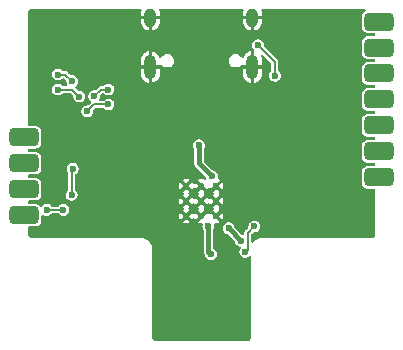
<source format=gbr>
%TF.GenerationSoftware,KiCad,Pcbnew,(6.0.4)*%
%TF.CreationDate,2022-07-20T20:12:39-04:00*%
%TF.ProjectId,Palette_Chip_KiCAD,50616c65-7474-4655-9f43-6869705f4b69,rev?*%
%TF.SameCoordinates,Original*%
%TF.FileFunction,Copper,L2,Bot*%
%TF.FilePolarity,Positive*%
%FSLAX46Y46*%
G04 Gerber Fmt 4.6, Leading zero omitted, Abs format (unit mm)*
G04 Created by KiCad (PCBNEW (6.0.4)) date 2022-07-20 20:12:39*
%MOMM*%
%LPD*%
G01*
G04 APERTURE LIST*
G04 Aperture macros list*
%AMRoundRect*
0 Rectangle with rounded corners*
0 $1 Rounding radius*
0 $2 $3 $4 $5 $6 $7 $8 $9 X,Y pos of 4 corners*
0 Add a 4 corners polygon primitive as box body*
4,1,4,$2,$3,$4,$5,$6,$7,$8,$9,$2,$3,0*
0 Add four circle primitives for the rounded corners*
1,1,$1+$1,$2,$3*
1,1,$1+$1,$4,$5*
1,1,$1+$1,$6,$7*
1,1,$1+$1,$8,$9*
0 Add four rect primitives between the rounded corners*
20,1,$1+$1,$2,$3,$4,$5,0*
20,1,$1+$1,$4,$5,$6,$7,0*
20,1,$1+$1,$6,$7,$8,$9,0*
20,1,$1+$1,$8,$9,$2,$3,0*%
G04 Aperture macros list end*
%TA.AperFunction,ComponentPad*%
%ADD10RoundRect,0.381000X-0.869000X-0.381000X0.869000X-0.381000X0.869000X0.381000X-0.869000X0.381000X0*%
%TD*%
%TA.AperFunction,ComponentPad*%
%ADD11O,1.000000X2.100000*%
%TD*%
%TA.AperFunction,ComponentPad*%
%ADD12O,1.000000X1.600000*%
%TD*%
%TA.AperFunction,ComponentPad*%
%ADD13C,0.600000*%
%TD*%
%TA.AperFunction,ViaPad*%
%ADD14C,0.600000*%
%TD*%
%TA.AperFunction,Conductor*%
%ADD15C,0.400000*%
%TD*%
%TA.AperFunction,Conductor*%
%ADD16C,0.200000*%
%TD*%
%TA.AperFunction,Conductor*%
%ADD17C,0.150000*%
%TD*%
G04 APERTURE END LIST*
D10*
%TO.P,2,1*%
%TO.N,unconnected-(U1-Pad40)*%
X158415000Y-81500000D03*
%TD*%
D11*
%TO.P,USB1,13,SHIELD*%
%TO.N,GND*%
X139085000Y-83147500D03*
D12*
X147725000Y-78967500D03*
X139085000Y-78967500D03*
D11*
X147725000Y-83147500D03*
%TD*%
D10*
%TO.P,7,1*%
%TO.N,unconnected-(U1-Pad35)*%
X158415000Y-92500000D03*
%TD*%
%TO.P,Led2,1*%
%TO.N,LED2*%
X128415000Y-95690000D03*
%TD*%
%TO.P,5,1*%
%TO.N,unconnected-(U1-Pad37)*%
X158415000Y-88100000D03*
%TD*%
%TO.P,6,1*%
%TO.N,unconnected-(U1-Pad36)*%
X158415000Y-90300000D03*
%TD*%
%TO.P,4,1*%
%TO.N,unconnected-(U1-Pad38)*%
X158415000Y-85900000D03*
%TD*%
%TO.P,1,1*%
%TO.N,unconnected-(U1-Pad41)*%
X158415000Y-79300000D03*
%TD*%
%TO.P,Rot_A,1*%
%TO.N,Rot_A*%
X128415000Y-89090000D03*
%TD*%
%TO.P,3,1*%
%TO.N,unconnected-(U1-Pad39)*%
X158415000Y-83700000D03*
%TD*%
D13*
%TO.P,U1,57,GND*%
%TO.N,GND*%
X143395000Y-95772500D03*
X144670000Y-94497500D03*
X143395000Y-93222500D03*
X143395000Y-94497500D03*
X142120000Y-95772500D03*
X142120000Y-93222500D03*
X142120000Y-94497500D03*
X144670000Y-95772500D03*
X144670000Y-93222500D03*
%TD*%
D10*
%TO.P,Rot_B,1*%
%TO.N,Rot_B*%
X128415000Y-91290000D03*
%TD*%
%TO.P,Led1,1*%
%TO.N,LED1*%
X128415000Y-93490000D03*
%TD*%
D14*
%TO.N,GND*%
X147745000Y-84940000D03*
X140265000Y-103460000D03*
X156355000Y-95255000D03*
X136345000Y-96390000D03*
X138865000Y-87350000D03*
X135135000Y-80790000D03*
X136340000Y-94245000D03*
X142765000Y-100890000D03*
X140275000Y-105980000D03*
X145635000Y-102320000D03*
X146345000Y-87417500D03*
X150865000Y-91210000D03*
X146345000Y-105980000D03*
X136615000Y-95490000D03*
X140625000Y-99590000D03*
X146335000Y-103460000D03*
X154815000Y-90380000D03*
X145415000Y-101630000D03*
X143285000Y-105070000D03*
X150175000Y-95492500D03*
X148355000Y-86440000D03*
X131270000Y-86330000D03*
X156085000Y-80570000D03*
X141805000Y-86830000D03*
X150865000Y-90250000D03*
X141525000Y-103080000D03*
X142765000Y-86830000D03*
X140035000Y-101410000D03*
X139065000Y-84950000D03*
X136605000Y-91100000D03*
X156385000Y-97405000D03*
X147305000Y-87447500D03*
%TO.N,ADC_IOVDD(43)*%
X145705000Y-96810000D03*
X149625000Y-83880000D03*
X146775000Y-97870000D03*
X148195000Y-81310000D03*
%TO.N,BOOT*%
X132410000Y-93970000D03*
X132500000Y-91780000D03*
%TO.N,RESET*%
X147895000Y-96650000D03*
X147135000Y-98800000D03*
%TO.N,QSPI_SD1*%
X131270000Y-83790000D03*
X132475000Y-84370000D03*
%TO.N,QSPI_SD2*%
X131270000Y-85060000D03*
X133065000Y-85655000D03*
%TO.N,QSPI_SD0*%
X135535000Y-86325000D03*
X133745000Y-86910000D03*
%TO.N,QSPI_CLK*%
X134335000Y-85640000D03*
X135535000Y-85060000D03*
%TO.N,DVDD(23)*%
X144285000Y-92400000D03*
X144205000Y-98990000D03*
X143995000Y-96600000D03*
X143197933Y-89774223D03*
%TO.N,LED2*%
X130300000Y-95250000D03*
X131720000Y-95250000D03*
%TD*%
D15*
%TO.N,ADC_IOVDD(43)*%
X145715000Y-96810000D02*
X146775000Y-97870000D01*
D16*
X149625000Y-82740000D02*
X149625000Y-83880000D01*
D15*
X145705000Y-96810000D02*
X145715000Y-96810000D01*
D16*
X148195000Y-81310000D02*
X149625000Y-82740000D01*
D15*
X145705000Y-96810000D02*
X145725000Y-96810000D01*
D17*
%TO.N,BOOT*%
X132410000Y-91870000D02*
X132410000Y-93970000D01*
X132500000Y-91780000D02*
X132410000Y-91870000D01*
D16*
%TO.N,RESET*%
X147135000Y-98800000D02*
X147324511Y-98610489D01*
X147324511Y-97220489D02*
X147895000Y-96650000D01*
X147324511Y-98610489D02*
X147324511Y-97220489D01*
D17*
%TO.N,QSPI_SD1*%
X131270000Y-83790000D02*
X131895000Y-83790000D01*
X131895000Y-83790000D02*
X132475000Y-84370000D01*
%TO.N,QSPI_SD2*%
X132470000Y-85060000D02*
X133065000Y-85655000D01*
X131270000Y-85060000D02*
X132470000Y-85060000D01*
%TO.N,QSPI_SD0*%
X134330000Y-86325000D02*
X135535000Y-86325000D01*
X133745000Y-86910000D02*
X134330000Y-86325000D01*
%TO.N,QSPI_CLK*%
X134915000Y-85060000D02*
X134335000Y-85640000D01*
X135535000Y-85060000D02*
X134915000Y-85060000D01*
D15*
%TO.N,DVDD(23)*%
X143197933Y-91312933D02*
X144285000Y-92400000D01*
X143995000Y-96600000D02*
X143995000Y-98780000D01*
X143995000Y-98780000D02*
X144205000Y-98990000D01*
X143197933Y-89774223D02*
X143197933Y-91312933D01*
D17*
%TO.N,LED2*%
X131720000Y-95250000D02*
X130300000Y-95250000D01*
%TD*%
%TA.AperFunction,Conductor*%
%TO.N,GND*%
G36*
X138313108Y-78239407D02*
G01*
X138349072Y-78288907D01*
X138347947Y-78353360D01*
X138304404Y-78472996D01*
X138301817Y-78483690D01*
X138285390Y-78613725D01*
X138285000Y-78619913D01*
X138285000Y-78801820D01*
X138289122Y-78814505D01*
X138293243Y-78817500D01*
X139869320Y-78817500D01*
X139882005Y-78813378D01*
X139885000Y-78809257D01*
X139885000Y-78625144D01*
X139884691Y-78619615D01*
X139870673Y-78494645D01*
X139868234Y-78483908D01*
X139822319Y-78352058D01*
X139821037Y-78290886D01*
X139855957Y-78240644D01*
X139915812Y-78220500D01*
X146894917Y-78220500D01*
X146953108Y-78239407D01*
X146989072Y-78288907D01*
X146987947Y-78353360D01*
X146944404Y-78472996D01*
X146941817Y-78483690D01*
X146925390Y-78613725D01*
X146925000Y-78619913D01*
X146925000Y-78801820D01*
X146929122Y-78814505D01*
X146933243Y-78817500D01*
X148509320Y-78817500D01*
X148522005Y-78813378D01*
X148525000Y-78809257D01*
X148525000Y-78625144D01*
X148524691Y-78619615D01*
X148510673Y-78494645D01*
X148508234Y-78483908D01*
X148462319Y-78352058D01*
X148461037Y-78290886D01*
X148495957Y-78240644D01*
X148555812Y-78220500D01*
X157215089Y-78220500D01*
X157273280Y-78239407D01*
X157309244Y-78288907D01*
X157309244Y-78350093D01*
X157273280Y-78399593D01*
X157264033Y-78404773D01*
X157264356Y-78405333D01*
X157258736Y-78408578D01*
X157252741Y-78411061D01*
X157131269Y-78504269D01*
X157038061Y-78625741D01*
X156979467Y-78767198D01*
X156964500Y-78880884D01*
X156964500Y-79719116D01*
X156979467Y-79832802D01*
X157038061Y-79974259D01*
X157131269Y-80095731D01*
X157252741Y-80188939D01*
X157394198Y-80247533D01*
X157507884Y-80262500D01*
X158020500Y-80262500D01*
X158078691Y-80281407D01*
X158114655Y-80330907D01*
X158119500Y-80361500D01*
X158119500Y-80438500D01*
X158100593Y-80496691D01*
X158051093Y-80532655D01*
X158020500Y-80537500D01*
X157507884Y-80537500D01*
X157394198Y-80552467D01*
X157252741Y-80611061D01*
X157131269Y-80704269D01*
X157038061Y-80825741D01*
X156979467Y-80967198D01*
X156964500Y-81080884D01*
X156964500Y-81919116D01*
X156979467Y-82032802D01*
X157038061Y-82174259D01*
X157131269Y-82295731D01*
X157252741Y-82388939D01*
X157394198Y-82447533D01*
X157507884Y-82462500D01*
X158020500Y-82462500D01*
X158078691Y-82481407D01*
X158114655Y-82530907D01*
X158119500Y-82561500D01*
X158119500Y-82638500D01*
X158100593Y-82696691D01*
X158051093Y-82732655D01*
X158020500Y-82737500D01*
X157507884Y-82737500D01*
X157394198Y-82752467D01*
X157252741Y-82811061D01*
X157131269Y-82904269D01*
X157038061Y-83025741D01*
X156979467Y-83167198D01*
X156964500Y-83280884D01*
X156964500Y-84119116D01*
X156979467Y-84232802D01*
X157038061Y-84374259D01*
X157131269Y-84495731D01*
X157252741Y-84588939D01*
X157394198Y-84647533D01*
X157507884Y-84662500D01*
X158020500Y-84662500D01*
X158078691Y-84681407D01*
X158114655Y-84730907D01*
X158119500Y-84761500D01*
X158119500Y-84838500D01*
X158100593Y-84896691D01*
X158051093Y-84932655D01*
X158020500Y-84937500D01*
X157507884Y-84937500D01*
X157394198Y-84952467D01*
X157252741Y-85011061D01*
X157131269Y-85104269D01*
X157038061Y-85225741D01*
X157023781Y-85260216D01*
X156983649Y-85357103D01*
X156979467Y-85367198D01*
X156964500Y-85480884D01*
X156964500Y-86319116D01*
X156979467Y-86432802D01*
X157038061Y-86574259D01*
X157131269Y-86695731D01*
X157252741Y-86788939D01*
X157394198Y-86847533D01*
X157507884Y-86862500D01*
X158020500Y-86862500D01*
X158078691Y-86881407D01*
X158114655Y-86930907D01*
X158119500Y-86961500D01*
X158119500Y-87038500D01*
X158100593Y-87096691D01*
X158051093Y-87132655D01*
X158020500Y-87137500D01*
X157507884Y-87137500D01*
X157394198Y-87152467D01*
X157252741Y-87211061D01*
X157131269Y-87304269D01*
X157038061Y-87425741D01*
X156979467Y-87567198D01*
X156964500Y-87680884D01*
X156964500Y-88519116D01*
X156979467Y-88632802D01*
X157038061Y-88774259D01*
X157131269Y-88895731D01*
X157252741Y-88988939D01*
X157394198Y-89047533D01*
X157507884Y-89062500D01*
X158020500Y-89062500D01*
X158078691Y-89081407D01*
X158114655Y-89130907D01*
X158119500Y-89161500D01*
X158119500Y-89238500D01*
X158100593Y-89296691D01*
X158051093Y-89332655D01*
X158020500Y-89337500D01*
X157507884Y-89337500D01*
X157394198Y-89352467D01*
X157252741Y-89411061D01*
X157131269Y-89504269D01*
X157038061Y-89625741D01*
X156979467Y-89767198D01*
X156964500Y-89880884D01*
X156964500Y-90719116D01*
X156979467Y-90832802D01*
X157038061Y-90974259D01*
X157131269Y-91095731D01*
X157252741Y-91188939D01*
X157394198Y-91247533D01*
X157507884Y-91262500D01*
X158020500Y-91262500D01*
X158078691Y-91281407D01*
X158114655Y-91330907D01*
X158119500Y-91361500D01*
X158119500Y-91438500D01*
X158100593Y-91496691D01*
X158051093Y-91532655D01*
X158020500Y-91537500D01*
X157507884Y-91537500D01*
X157394198Y-91552467D01*
X157388201Y-91554951D01*
X157360582Y-91566391D01*
X157252741Y-91611061D01*
X157131269Y-91704269D01*
X157038061Y-91825741D01*
X156979467Y-91967198D01*
X156964500Y-92080884D01*
X156964500Y-92919116D01*
X156979467Y-93032802D01*
X157038061Y-93174259D01*
X157131269Y-93295731D01*
X157252741Y-93388939D01*
X157394198Y-93447533D01*
X157507884Y-93462500D01*
X158020500Y-93462500D01*
X158078691Y-93481407D01*
X158114655Y-93530907D01*
X158119500Y-93561500D01*
X158119500Y-97285047D01*
X158117996Y-97302236D01*
X158114864Y-97320000D01*
X158116368Y-97328531D01*
X158116368Y-97331983D01*
X158115149Y-97347469D01*
X158111604Y-97369855D01*
X158107294Y-97397064D01*
X158097723Y-97426521D01*
X158069421Y-97482068D01*
X158051215Y-97507128D01*
X158007128Y-97551215D01*
X157982068Y-97569421D01*
X157926521Y-97597723D01*
X157897064Y-97607294D01*
X157847470Y-97615149D01*
X157831983Y-97616368D01*
X157828531Y-97616368D01*
X157820000Y-97614864D01*
X157802236Y-97617996D01*
X157785047Y-97619500D01*
X148554953Y-97619500D01*
X148537764Y-97617996D01*
X148520000Y-97614864D01*
X148516415Y-97615496D01*
X148343471Y-97632530D01*
X148338819Y-97633941D01*
X148338815Y-97633942D01*
X148178382Y-97682608D01*
X148178376Y-97682610D01*
X148173726Y-97684021D01*
X148017288Y-97767639D01*
X147880169Y-97880169D01*
X147877080Y-97883933D01*
X147800539Y-97977199D01*
X147749008Y-98010186D01*
X147687929Y-98006584D01*
X147640632Y-97967769D01*
X147625011Y-97914394D01*
X147625011Y-97385968D01*
X147643918Y-97327777D01*
X147654007Y-97315964D01*
X147790959Y-97179012D01*
X147845476Y-97151235D01*
X147862774Y-97150033D01*
X147907090Y-97150846D01*
X147950446Y-97151641D01*
X147950448Y-97151641D01*
X147957499Y-97151770D01*
X147964302Y-97149915D01*
X147964304Y-97149915D01*
X148064687Y-97122547D01*
X148095817Y-97114060D01*
X148217991Y-97039045D01*
X148224973Y-97031332D01*
X148309468Y-96937982D01*
X148314200Y-96932754D01*
X148376710Y-96803733D01*
X148384896Y-96755082D01*
X148399862Y-96666124D01*
X148399862Y-96666120D01*
X148400496Y-96662354D01*
X148400647Y-96650000D01*
X148380323Y-96508082D01*
X148320984Y-96377572D01*
X148252595Y-96298203D01*
X148232005Y-96274307D01*
X148232004Y-96274306D01*
X148227400Y-96268963D01*
X148107095Y-96190985D01*
X147969739Y-96149907D01*
X147886497Y-96149398D01*
X147833427Y-96149074D01*
X147833426Y-96149074D01*
X147826376Y-96149031D01*
X147819599Y-96150968D01*
X147819598Y-96150968D01*
X147695309Y-96186490D01*
X147695307Y-96186491D01*
X147688529Y-96188428D01*
X147567280Y-96264930D01*
X147562613Y-96270214D01*
X147562611Y-96270216D01*
X147477044Y-96367103D01*
X147477042Y-96367105D01*
X147472377Y-96372388D01*
X147469381Y-96378770D01*
X147469380Y-96378771D01*
X147450199Y-96419624D01*
X147411447Y-96502163D01*
X147410362Y-96509132D01*
X147410361Y-96509135D01*
X147397176Y-96593823D01*
X147389391Y-96643823D01*
X147390306Y-96650820D01*
X147390306Y-96650822D01*
X147393107Y-96672242D01*
X147381905Y-96732393D01*
X147364947Y-96755082D01*
X147149860Y-96970169D01*
X147146731Y-96972869D01*
X147142242Y-96975064D01*
X147136024Y-96981767D01*
X147108618Y-97011311D01*
X147106042Y-97013987D01*
X147092263Y-97027766D01*
X147089718Y-97031476D01*
X147086282Y-97035389D01*
X147066110Y-97057135D01*
X147062723Y-97065623D01*
X147062723Y-97065624D01*
X147061845Y-97067825D01*
X147051531Y-97087141D01*
X147050190Y-97089096D01*
X147050189Y-97089099D01*
X147045019Y-97096635D01*
X147042909Y-97105527D01*
X147038870Y-97122547D01*
X147034497Y-97136373D01*
X147027217Y-97154621D01*
X147024628Y-97161111D01*
X147024011Y-97167404D01*
X147024011Y-97173573D01*
X147021336Y-97196432D01*
X147019171Y-97205555D01*
X147023107Y-97234476D01*
X147024011Y-97247826D01*
X147024011Y-97289086D01*
X147005104Y-97347277D01*
X146955604Y-97383241D01*
X146896646Y-97383935D01*
X146861656Y-97373471D01*
X146820018Y-97348626D01*
X146222142Y-96750749D01*
X146194146Y-96694779D01*
X146193936Y-96693309D01*
X146190323Y-96668082D01*
X146185982Y-96658533D01*
X146133905Y-96543996D01*
X146133904Y-96543995D01*
X146130984Y-96537572D01*
X146037400Y-96428963D01*
X145917095Y-96350985D01*
X145779739Y-96309907D01*
X145696497Y-96309398D01*
X145643427Y-96309074D01*
X145643426Y-96309074D01*
X145636376Y-96309031D01*
X145629599Y-96310968D01*
X145629598Y-96310968D01*
X145505309Y-96346490D01*
X145505307Y-96346491D01*
X145498529Y-96348428D01*
X145377280Y-96424930D01*
X145372613Y-96430214D01*
X145372611Y-96430216D01*
X145287044Y-96527103D01*
X145287042Y-96527105D01*
X145282377Y-96532388D01*
X145221447Y-96662163D01*
X145220362Y-96669132D01*
X145220361Y-96669135D01*
X145207190Y-96753733D01*
X145199391Y-96803823D01*
X145217980Y-96945979D01*
X145220821Y-96952435D01*
X145220821Y-96952436D01*
X145271594Y-97067825D01*
X145275720Y-97077203D01*
X145319783Y-97129622D01*
X145363431Y-97181549D01*
X145363434Y-97181551D01*
X145367970Y-97186948D01*
X145487313Y-97266390D01*
X145574755Y-97293708D01*
X145617425Y-97307039D01*
X145617426Y-97307039D01*
X145621124Y-97308194D01*
X145621123Y-97308194D01*
X145624157Y-97309142D01*
X145623994Y-97309663D01*
X145673710Y-97335103D01*
X146255668Y-97917060D01*
X146283828Y-97974228D01*
X146287980Y-98005979D01*
X146290818Y-98012430D01*
X146290819Y-98012432D01*
X146342879Y-98130747D01*
X146345720Y-98137203D01*
X146391845Y-98192075D01*
X146433431Y-98241549D01*
X146433434Y-98241551D01*
X146437970Y-98246948D01*
X146557313Y-98326390D01*
X146564040Y-98328492D01*
X146564043Y-98328493D01*
X146668722Y-98361196D01*
X146718627Y-98396596D01*
X146738194Y-98454568D01*
X146720570Y-98510978D01*
X146720918Y-98511206D01*
X146720119Y-98512422D01*
X146719948Y-98512970D01*
X146718848Y-98514358D01*
X146717046Y-98517102D01*
X146712377Y-98522388D01*
X146651447Y-98652163D01*
X146629391Y-98793823D01*
X146647980Y-98935979D01*
X146650821Y-98942435D01*
X146650821Y-98942436D01*
X146694149Y-99040905D01*
X146705720Y-99067203D01*
X146718792Y-99082754D01*
X146793431Y-99171549D01*
X146793434Y-99171551D01*
X146797970Y-99176948D01*
X146917313Y-99256390D01*
X147017920Y-99287821D01*
X147047425Y-99297039D01*
X147047426Y-99297039D01*
X147054157Y-99299142D01*
X147125828Y-99300456D01*
X147190445Y-99301641D01*
X147190447Y-99301641D01*
X147197499Y-99301770D01*
X147204302Y-99299915D01*
X147204304Y-99299915D01*
X147303928Y-99272754D01*
X147335817Y-99264060D01*
X147457991Y-99189045D01*
X147459383Y-99187507D01*
X147514111Y-99165727D01*
X147573401Y-99180840D01*
X147612484Y-99227916D01*
X147619500Y-99264521D01*
X147619500Y-105995047D01*
X147617996Y-106012236D01*
X147614864Y-106030000D01*
X147616368Y-106038531D01*
X147616368Y-106041983D01*
X147615149Y-106057470D01*
X147607294Y-106107064D01*
X147597723Y-106136521D01*
X147569421Y-106192068D01*
X147551215Y-106217128D01*
X147507128Y-106261215D01*
X147482068Y-106279421D01*
X147426521Y-106307723D01*
X147397064Y-106317294D01*
X147347470Y-106325149D01*
X147331983Y-106326368D01*
X147328531Y-106326368D01*
X147320000Y-106324864D01*
X147302236Y-106327996D01*
X147285047Y-106329500D01*
X139554953Y-106329500D01*
X139537764Y-106327996D01*
X139520000Y-106324864D01*
X139511469Y-106326368D01*
X139508017Y-106326368D01*
X139492530Y-106325149D01*
X139442936Y-106317294D01*
X139413479Y-106307723D01*
X139357932Y-106279421D01*
X139332872Y-106261215D01*
X139288785Y-106217128D01*
X139270579Y-106192068D01*
X139242277Y-106136521D01*
X139232706Y-106107064D01*
X139224851Y-106057470D01*
X139223632Y-106041983D01*
X139223632Y-106038531D01*
X139225136Y-106030000D01*
X139222004Y-106012236D01*
X139220500Y-105995047D01*
X139220500Y-98554953D01*
X139222004Y-98537761D01*
X139223632Y-98528527D01*
X139225136Y-98520000D01*
X139224504Y-98516415D01*
X139207470Y-98343471D01*
X139202289Y-98326390D01*
X139157392Y-98178382D01*
X139157390Y-98178376D01*
X139155979Y-98173726D01*
X139072361Y-98017288D01*
X138990107Y-97917060D01*
X138962920Y-97883933D01*
X138959831Y-97880169D01*
X138822712Y-97767639D01*
X138666274Y-97684021D01*
X138661624Y-97682610D01*
X138661618Y-97682608D01*
X138501185Y-97633942D01*
X138501181Y-97633941D01*
X138496529Y-97632530D01*
X138488758Y-97631765D01*
X138385376Y-97621582D01*
X138381323Y-97620893D01*
X138379378Y-97620117D01*
X138373085Y-97619500D01*
X138369098Y-97619500D01*
X138359394Y-97619023D01*
X138332428Y-97616367D01*
X138323585Y-97615496D01*
X138320000Y-97614864D01*
X138302236Y-97617996D01*
X138285047Y-97619500D01*
X129054953Y-97619500D01*
X129037764Y-97617996D01*
X129020000Y-97614864D01*
X129011469Y-97616368D01*
X129008017Y-97616368D01*
X128992530Y-97615149D01*
X128942936Y-97607294D01*
X128913479Y-97597723D01*
X128857932Y-97569421D01*
X128832872Y-97551215D01*
X128788785Y-97507128D01*
X128770579Y-97482068D01*
X128742277Y-97426521D01*
X128732706Y-97397064D01*
X128728397Y-97369855D01*
X128724851Y-97347469D01*
X128723632Y-97331983D01*
X128723632Y-97328531D01*
X128725136Y-97320000D01*
X128722004Y-97302236D01*
X128720500Y-97285047D01*
X128720500Y-96751500D01*
X128739407Y-96693309D01*
X128788907Y-96657345D01*
X128819500Y-96652500D01*
X129322116Y-96652500D01*
X129435802Y-96637533D01*
X129577259Y-96578939D01*
X129698731Y-96485731D01*
X129791939Y-96364259D01*
X129821322Y-96293324D01*
X141817137Y-96293324D01*
X141817418Y-96295098D01*
X141818259Y-96296110D01*
X141823409Y-96299084D01*
X141957375Y-96354573D01*
X141969800Y-96357903D01*
X142113566Y-96376830D01*
X142126434Y-96376830D01*
X142270200Y-96357903D01*
X142282625Y-96354573D01*
X142416591Y-96299084D01*
X142418115Y-96298203D01*
X142421468Y-96293324D01*
X143092137Y-96293324D01*
X143092418Y-96295098D01*
X143093259Y-96296110D01*
X143098409Y-96299084D01*
X143232375Y-96354573D01*
X143244800Y-96357903D01*
X143388566Y-96376830D01*
X143407570Y-96376830D01*
X143465761Y-96395737D01*
X143501725Y-96445237D01*
X143505391Y-96491060D01*
X143489391Y-96593823D01*
X143490306Y-96600820D01*
X143490306Y-96600821D01*
X143491814Y-96612354D01*
X143507980Y-96735979D01*
X143510821Y-96742435D01*
X143510821Y-96742436D01*
X143537793Y-96803733D01*
X143565720Y-96867203D01*
X143571281Y-96873819D01*
X143571283Y-96873821D01*
X143571778Y-96875044D01*
X143573985Y-96878589D01*
X143573369Y-96878972D01*
X143594253Y-96930531D01*
X143594500Y-96937523D01*
X143594500Y-98843433D01*
X143601955Y-98866375D01*
X143605581Y-98881481D01*
X143609354Y-98905304D01*
X143620305Y-98926797D01*
X143626248Y-98941143D01*
X143633704Y-98964090D01*
X143638285Y-98970395D01*
X143647883Y-98983605D01*
X143655998Y-98996846D01*
X143666950Y-99018342D01*
X143685668Y-99037060D01*
X143713828Y-99094228D01*
X143717980Y-99125979D01*
X143720818Y-99132430D01*
X143720819Y-99132432D01*
X143747353Y-99192734D01*
X143775720Y-99257203D01*
X143788792Y-99272754D01*
X143863431Y-99361549D01*
X143863434Y-99361551D01*
X143867970Y-99366948D01*
X143873841Y-99370856D01*
X143873842Y-99370857D01*
X143886143Y-99379045D01*
X143987313Y-99446390D01*
X144087920Y-99477821D01*
X144117425Y-99487039D01*
X144117426Y-99487039D01*
X144124157Y-99489142D01*
X144195828Y-99490456D01*
X144260445Y-99491641D01*
X144260447Y-99491641D01*
X144267499Y-99491770D01*
X144274302Y-99489915D01*
X144274304Y-99489915D01*
X144349503Y-99469413D01*
X144405817Y-99454060D01*
X144527991Y-99379045D01*
X144535403Y-99370857D01*
X144619468Y-99277982D01*
X144624200Y-99272754D01*
X144686710Y-99143733D01*
X144688612Y-99132432D01*
X144709862Y-99006124D01*
X144709862Y-99006120D01*
X144710496Y-99002354D01*
X144710647Y-98990000D01*
X144690323Y-98848082D01*
X144630984Y-98717572D01*
X144537400Y-98608963D01*
X144440651Y-98546253D01*
X144402107Y-98498739D01*
X144395500Y-98463180D01*
X144395500Y-96938958D01*
X144411910Y-96885284D01*
X144414200Y-96882754D01*
X144476710Y-96753733D01*
X144480301Y-96732393D01*
X144499862Y-96616124D01*
X144499862Y-96616120D01*
X144500496Y-96612354D01*
X144500647Y-96600000D01*
X144500104Y-96596207D01*
X144483449Y-96479907D01*
X144493916Y-96419624D01*
X144537818Y-96377006D01*
X144594371Y-96367720D01*
X144663567Y-96376830D01*
X144676434Y-96376830D01*
X144820200Y-96357903D01*
X144832625Y-96354573D01*
X144966591Y-96299084D01*
X144968115Y-96298203D01*
X144973010Y-96291081D01*
X144972962Y-96289282D01*
X144970077Y-96284709D01*
X144458665Y-95773297D01*
X144887164Y-95773297D01*
X144887960Y-95778328D01*
X145178941Y-96069309D01*
X145190824Y-96075363D01*
X145192596Y-96075083D01*
X145193610Y-96074239D01*
X145196584Y-96069088D01*
X145252073Y-95935125D01*
X145255403Y-95922700D01*
X145274330Y-95778934D01*
X145274330Y-95766066D01*
X145255403Y-95622300D01*
X145252073Y-95609875D01*
X145196584Y-95475912D01*
X145195704Y-95474388D01*
X145188579Y-95469490D01*
X145186784Y-95469537D01*
X145182207Y-95472425D01*
X144893218Y-95761414D01*
X144887164Y-95773297D01*
X144458665Y-95773297D01*
X144161059Y-95475691D01*
X144149176Y-95469637D01*
X144147404Y-95469917D01*
X144146390Y-95470761D01*
X144143416Y-95475912D01*
X144123964Y-95522873D01*
X144084228Y-95569399D01*
X144024733Y-95583683D01*
X143968205Y-95560268D01*
X143941036Y-95522873D01*
X143921584Y-95475912D01*
X143920704Y-95474388D01*
X143913579Y-95469490D01*
X143911784Y-95469537D01*
X143907207Y-95472425D01*
X143098191Y-96281441D01*
X143092137Y-96293324D01*
X142421468Y-96293324D01*
X142423010Y-96291081D01*
X142422962Y-96289282D01*
X142420077Y-96284709D01*
X142131086Y-95995718D01*
X142119203Y-95989664D01*
X142114172Y-95990460D01*
X141823191Y-96281441D01*
X141817137Y-96293324D01*
X129821322Y-96293324D01*
X129850533Y-96222802D01*
X129865500Y-96109116D01*
X129865500Y-95778934D01*
X141515670Y-95778934D01*
X141534597Y-95922700D01*
X141537927Y-95935125D01*
X141593416Y-96069088D01*
X141594296Y-96070612D01*
X141601421Y-96075510D01*
X141603216Y-96075463D01*
X141607793Y-96072575D01*
X141896782Y-95783586D01*
X141902024Y-95773297D01*
X142337164Y-95773297D01*
X142337960Y-95778328D01*
X142628941Y-96069309D01*
X142640824Y-96075363D01*
X142642596Y-96075083D01*
X142643610Y-96074239D01*
X142646584Y-96069088D01*
X142666036Y-96022127D01*
X142705772Y-95975601D01*
X142765267Y-95961317D01*
X142821795Y-95984732D01*
X142848964Y-96022127D01*
X142868416Y-96069088D01*
X142869296Y-96070612D01*
X142876421Y-96075510D01*
X142878216Y-96075463D01*
X142882793Y-96072575D01*
X143171782Y-95783586D01*
X143177836Y-95771703D01*
X143177040Y-95766672D01*
X142886059Y-95475691D01*
X142874176Y-95469637D01*
X142872404Y-95469917D01*
X142871390Y-95470761D01*
X142868416Y-95475912D01*
X142848964Y-95522873D01*
X142809228Y-95569399D01*
X142749733Y-95583683D01*
X142693205Y-95560268D01*
X142666036Y-95522873D01*
X142646584Y-95475912D01*
X142645704Y-95474388D01*
X142638579Y-95469490D01*
X142636784Y-95469537D01*
X142632207Y-95472425D01*
X142343218Y-95761414D01*
X142337164Y-95773297D01*
X141902024Y-95773297D01*
X141902836Y-95771703D01*
X141902040Y-95766672D01*
X141611059Y-95475691D01*
X141599176Y-95469637D01*
X141597404Y-95469917D01*
X141596390Y-95470761D01*
X141593416Y-95475912D01*
X141537927Y-95609875D01*
X141534597Y-95622300D01*
X141515670Y-95766066D01*
X141515670Y-95778934D01*
X129865500Y-95778934D01*
X129865500Y-95746894D01*
X129884407Y-95688703D01*
X129933907Y-95652739D01*
X129995093Y-95652739D01*
X130019356Y-95664482D01*
X130082313Y-95706390D01*
X130182920Y-95737821D01*
X130212425Y-95747039D01*
X130212426Y-95747039D01*
X130219157Y-95749142D01*
X130290828Y-95750456D01*
X130355445Y-95751641D01*
X130355447Y-95751641D01*
X130362499Y-95751770D01*
X130369302Y-95749915D01*
X130369304Y-95749915D01*
X130444503Y-95729413D01*
X130500817Y-95714060D01*
X130622991Y-95639045D01*
X130627726Y-95633814D01*
X130696291Y-95558064D01*
X130749359Y-95527610D01*
X130769689Y-95525500D01*
X131251582Y-95525500D01*
X131309773Y-95544407D01*
X131327365Y-95560798D01*
X131382970Y-95626948D01*
X131388841Y-95630856D01*
X131388842Y-95630857D01*
X131401143Y-95639045D01*
X131502313Y-95706390D01*
X131602920Y-95737821D01*
X131632425Y-95747039D01*
X131632426Y-95747039D01*
X131639157Y-95749142D01*
X131710828Y-95750456D01*
X131775445Y-95751641D01*
X131775447Y-95751641D01*
X131782499Y-95751770D01*
X131789302Y-95749915D01*
X131789304Y-95749915D01*
X131864503Y-95729413D01*
X131920817Y-95714060D01*
X132042991Y-95639045D01*
X132050403Y-95630857D01*
X132134468Y-95537982D01*
X132139200Y-95532754D01*
X132201710Y-95403733D01*
X132225496Y-95262354D01*
X132225599Y-95253921D01*
X141816990Y-95253921D01*
X141817037Y-95255716D01*
X141819925Y-95260293D01*
X142108914Y-95549282D01*
X142120797Y-95555336D01*
X142125828Y-95554540D01*
X142416809Y-95263559D01*
X142421719Y-95253921D01*
X143091990Y-95253921D01*
X143092037Y-95255716D01*
X143094925Y-95260293D01*
X143383914Y-95549282D01*
X143395797Y-95555336D01*
X143400828Y-95554540D01*
X143691809Y-95263559D01*
X143696719Y-95253921D01*
X144366990Y-95253921D01*
X144367037Y-95255716D01*
X144369925Y-95260293D01*
X144658914Y-95549282D01*
X144670797Y-95555336D01*
X144675828Y-95554540D01*
X144966809Y-95263559D01*
X144972863Y-95251676D01*
X144972582Y-95249902D01*
X144971741Y-95248890D01*
X144966591Y-95245916D01*
X144919628Y-95226464D01*
X144873102Y-95186728D01*
X144858818Y-95127233D01*
X144882233Y-95070705D01*
X144919628Y-95043536D01*
X144966591Y-95024084D01*
X144968115Y-95023203D01*
X144973010Y-95016081D01*
X144972962Y-95014282D01*
X144970077Y-95009709D01*
X144681086Y-94720718D01*
X144669203Y-94714664D01*
X144664172Y-94715460D01*
X144373191Y-95006441D01*
X144367137Y-95018324D01*
X144367418Y-95020098D01*
X144368259Y-95021110D01*
X144373409Y-95024083D01*
X144420373Y-95043536D01*
X144466899Y-95083272D01*
X144481183Y-95142767D01*
X144457769Y-95199295D01*
X144420373Y-95226464D01*
X144373412Y-95245916D01*
X144371888Y-95246796D01*
X144366990Y-95253921D01*
X143696719Y-95253921D01*
X143697863Y-95251676D01*
X143697582Y-95249902D01*
X143696741Y-95248890D01*
X143691591Y-95245916D01*
X143644628Y-95226464D01*
X143598102Y-95186728D01*
X143583818Y-95127233D01*
X143607233Y-95070705D01*
X143644628Y-95043536D01*
X143691591Y-95024084D01*
X143693115Y-95023203D01*
X143698010Y-95016081D01*
X143697962Y-95014282D01*
X143695077Y-95009709D01*
X143406086Y-94720718D01*
X143394203Y-94714664D01*
X143389172Y-94715460D01*
X143098191Y-95006441D01*
X143092137Y-95018324D01*
X143092418Y-95020098D01*
X143093259Y-95021110D01*
X143098409Y-95024083D01*
X143145373Y-95043536D01*
X143191899Y-95083272D01*
X143206183Y-95142767D01*
X143182769Y-95199295D01*
X143145373Y-95226464D01*
X143098412Y-95245916D01*
X143096888Y-95246796D01*
X143091990Y-95253921D01*
X142421719Y-95253921D01*
X142422863Y-95251676D01*
X142422582Y-95249902D01*
X142421741Y-95248890D01*
X142416591Y-95245916D01*
X142369628Y-95226464D01*
X142323102Y-95186728D01*
X142308818Y-95127233D01*
X142332233Y-95070705D01*
X142369628Y-95043536D01*
X142416591Y-95024084D01*
X142418115Y-95023203D01*
X142423010Y-95016081D01*
X142422962Y-95014282D01*
X142420077Y-95009709D01*
X142131086Y-94720718D01*
X142119203Y-94714664D01*
X142114172Y-94715460D01*
X141823191Y-95006441D01*
X141817137Y-95018324D01*
X141817418Y-95020098D01*
X141818259Y-95021110D01*
X141823409Y-95024083D01*
X141870373Y-95043536D01*
X141916899Y-95083272D01*
X141931183Y-95142767D01*
X141907769Y-95199295D01*
X141870373Y-95226464D01*
X141823412Y-95245916D01*
X141821888Y-95246796D01*
X141816990Y-95253921D01*
X132225599Y-95253921D01*
X132225647Y-95250000D01*
X132205323Y-95108082D01*
X132166731Y-95023203D01*
X132148905Y-94983996D01*
X132148904Y-94983995D01*
X132145984Y-94977572D01*
X132052400Y-94868963D01*
X131932095Y-94790985D01*
X131794739Y-94749907D01*
X131711497Y-94749398D01*
X131658427Y-94749074D01*
X131658426Y-94749074D01*
X131651376Y-94749031D01*
X131644599Y-94750968D01*
X131644598Y-94750968D01*
X131520309Y-94786490D01*
X131520307Y-94786491D01*
X131513529Y-94788428D01*
X131392280Y-94864930D01*
X131387613Y-94870214D01*
X131387611Y-94870216D01*
X131369861Y-94890315D01*
X131325872Y-94940124D01*
X131325068Y-94941034D01*
X131272376Y-94972134D01*
X131250864Y-94974500D01*
X130768715Y-94974500D01*
X130710524Y-94955593D01*
X130693719Y-94940127D01*
X130632400Y-94868963D01*
X130512095Y-94790985D01*
X130374739Y-94749907D01*
X130291497Y-94749398D01*
X130238427Y-94749074D01*
X130238426Y-94749074D01*
X130231376Y-94749031D01*
X130224599Y-94750968D01*
X130224598Y-94750968D01*
X130100309Y-94786490D01*
X130100307Y-94786491D01*
X130093529Y-94788428D01*
X129972280Y-94864930D01*
X129967612Y-94870216D01*
X129967611Y-94870217D01*
X129893430Y-94954211D01*
X129840738Y-94985312D01*
X129779829Y-94979500D01*
X129740684Y-94948944D01*
X129702685Y-94899422D01*
X129698731Y-94894269D01*
X129577259Y-94801061D01*
X129435802Y-94742467D01*
X129322116Y-94727500D01*
X128819500Y-94727500D01*
X128761309Y-94708593D01*
X128725345Y-94659093D01*
X128720500Y-94628500D01*
X128720500Y-94551500D01*
X128735955Y-94503934D01*
X141515670Y-94503934D01*
X141534597Y-94647700D01*
X141537927Y-94660125D01*
X141593416Y-94794088D01*
X141594296Y-94795612D01*
X141601421Y-94800510D01*
X141603216Y-94800463D01*
X141607793Y-94797575D01*
X141896782Y-94508586D01*
X141902024Y-94498297D01*
X142337164Y-94498297D01*
X142337960Y-94503328D01*
X142628941Y-94794309D01*
X142640824Y-94800363D01*
X142642596Y-94800083D01*
X142643610Y-94799239D01*
X142646584Y-94794088D01*
X142666036Y-94747127D01*
X142705772Y-94700601D01*
X142765267Y-94686317D01*
X142821795Y-94709732D01*
X142848964Y-94747127D01*
X142868416Y-94794088D01*
X142869296Y-94795612D01*
X142876421Y-94800510D01*
X142878216Y-94800463D01*
X142882793Y-94797575D01*
X143171782Y-94508586D01*
X143177024Y-94498297D01*
X143612164Y-94498297D01*
X143612960Y-94503328D01*
X143903941Y-94794309D01*
X143915824Y-94800363D01*
X143917596Y-94800083D01*
X143918610Y-94799239D01*
X143921584Y-94794088D01*
X143941036Y-94747127D01*
X143980772Y-94700601D01*
X144040267Y-94686317D01*
X144096795Y-94709732D01*
X144123964Y-94747127D01*
X144143416Y-94794088D01*
X144144296Y-94795612D01*
X144151421Y-94800510D01*
X144153216Y-94800463D01*
X144157793Y-94797575D01*
X144446782Y-94508586D01*
X144452024Y-94498297D01*
X144887164Y-94498297D01*
X144887960Y-94503328D01*
X145178941Y-94794309D01*
X145190824Y-94800363D01*
X145192596Y-94800083D01*
X145193610Y-94799239D01*
X145196584Y-94794088D01*
X145252073Y-94660125D01*
X145255403Y-94647700D01*
X145274330Y-94503934D01*
X145274330Y-94491066D01*
X145255403Y-94347300D01*
X145252073Y-94334875D01*
X145196584Y-94200912D01*
X145195704Y-94199388D01*
X145188579Y-94194490D01*
X145186784Y-94194537D01*
X145182207Y-94197425D01*
X144893218Y-94486414D01*
X144887164Y-94498297D01*
X144452024Y-94498297D01*
X144452836Y-94496703D01*
X144452040Y-94491672D01*
X144161059Y-94200691D01*
X144149176Y-94194637D01*
X144147404Y-94194917D01*
X144146390Y-94195761D01*
X144143416Y-94200912D01*
X144123964Y-94247873D01*
X144084228Y-94294399D01*
X144024733Y-94308683D01*
X143968205Y-94285268D01*
X143941036Y-94247873D01*
X143921584Y-94200912D01*
X143920704Y-94199388D01*
X143913579Y-94194490D01*
X143911784Y-94194537D01*
X143907207Y-94197425D01*
X143618218Y-94486414D01*
X143612164Y-94498297D01*
X143177024Y-94498297D01*
X143177836Y-94496703D01*
X143177040Y-94491672D01*
X142886059Y-94200691D01*
X142874176Y-94194637D01*
X142872404Y-94194917D01*
X142871390Y-94195761D01*
X142868416Y-94200912D01*
X142848964Y-94247873D01*
X142809228Y-94294399D01*
X142749733Y-94308683D01*
X142693205Y-94285268D01*
X142666036Y-94247873D01*
X142646584Y-94200912D01*
X142645704Y-94199388D01*
X142638579Y-94194490D01*
X142636784Y-94194537D01*
X142632207Y-94197425D01*
X142343218Y-94486414D01*
X142337164Y-94498297D01*
X141902024Y-94498297D01*
X141902836Y-94496703D01*
X141902040Y-94491672D01*
X141611059Y-94200691D01*
X141599176Y-94194637D01*
X141597404Y-94194917D01*
X141596390Y-94195761D01*
X141593416Y-94200912D01*
X141537927Y-94334875D01*
X141534597Y-94347300D01*
X141515670Y-94491066D01*
X141515670Y-94503934D01*
X128735955Y-94503934D01*
X128739407Y-94493309D01*
X128788907Y-94457345D01*
X128819500Y-94452500D01*
X129322116Y-94452500D01*
X129435802Y-94437533D01*
X129444187Y-94434060D01*
X129472138Y-94422482D01*
X129577259Y-94378939D01*
X129698731Y-94285731D01*
X129791939Y-94164259D01*
X129850533Y-94022802D01*
X129858298Y-93963823D01*
X131904391Y-93963823D01*
X131905306Y-93970820D01*
X131905306Y-93970821D01*
X131907307Y-93986124D01*
X131922980Y-94105979D01*
X131925821Y-94112435D01*
X131925821Y-94112436D01*
X131964752Y-94200912D01*
X131980720Y-94237203D01*
X132021123Y-94285268D01*
X132068431Y-94341549D01*
X132068434Y-94341551D01*
X132072970Y-94346948D01*
X132078841Y-94350856D01*
X132078842Y-94350857D01*
X132091143Y-94359045D01*
X132192313Y-94426390D01*
X132274534Y-94452077D01*
X132322425Y-94467039D01*
X132322426Y-94467039D01*
X132329157Y-94469142D01*
X132400828Y-94470456D01*
X132465445Y-94471641D01*
X132465447Y-94471641D01*
X132472499Y-94471770D01*
X132479302Y-94469915D01*
X132479304Y-94469915D01*
X132554503Y-94449413D01*
X132610817Y-94434060D01*
X132732991Y-94359045D01*
X132740403Y-94350857D01*
X132824468Y-94257982D01*
X132829200Y-94252754D01*
X132891710Y-94123733D01*
X132895875Y-94098982D01*
X132914862Y-93986124D01*
X132914862Y-93986120D01*
X132915496Y-93982354D01*
X132915538Y-93978921D01*
X141816990Y-93978921D01*
X141817037Y-93980716D01*
X141819925Y-93985293D01*
X142108914Y-94274282D01*
X142120797Y-94280336D01*
X142125828Y-94279540D01*
X142416809Y-93988559D01*
X142421719Y-93978921D01*
X143091990Y-93978921D01*
X143092037Y-93980716D01*
X143094925Y-93985293D01*
X143383914Y-94274282D01*
X143395797Y-94280336D01*
X143400828Y-94279540D01*
X143691809Y-93988559D01*
X143696719Y-93978921D01*
X144366990Y-93978921D01*
X144367037Y-93980716D01*
X144369925Y-93985293D01*
X144658914Y-94274282D01*
X144670797Y-94280336D01*
X144675828Y-94279540D01*
X144966809Y-93988559D01*
X144972863Y-93976676D01*
X144972582Y-93974902D01*
X144971741Y-93973890D01*
X144966591Y-93970916D01*
X144919628Y-93951464D01*
X144873102Y-93911728D01*
X144858818Y-93852233D01*
X144882233Y-93795705D01*
X144919628Y-93768536D01*
X144966591Y-93749084D01*
X144968115Y-93748203D01*
X144973010Y-93741081D01*
X144972962Y-93739282D01*
X144970077Y-93734709D01*
X144681086Y-93445718D01*
X144669203Y-93439664D01*
X144664172Y-93440460D01*
X144373191Y-93731441D01*
X144367137Y-93743324D01*
X144367418Y-93745098D01*
X144368259Y-93746110D01*
X144373409Y-93749083D01*
X144420373Y-93768536D01*
X144466899Y-93808272D01*
X144481183Y-93867767D01*
X144457769Y-93924295D01*
X144420373Y-93951464D01*
X144373412Y-93970916D01*
X144371888Y-93971796D01*
X144366990Y-93978921D01*
X143696719Y-93978921D01*
X143697863Y-93976676D01*
X143697582Y-93974902D01*
X143696741Y-93973890D01*
X143691591Y-93970916D01*
X143644628Y-93951464D01*
X143598102Y-93911728D01*
X143583818Y-93852233D01*
X143607233Y-93795705D01*
X143644628Y-93768536D01*
X143691591Y-93749084D01*
X143693115Y-93748203D01*
X143698010Y-93741081D01*
X143697962Y-93739282D01*
X143695077Y-93734709D01*
X143406086Y-93445718D01*
X143394203Y-93439664D01*
X143389172Y-93440460D01*
X143098191Y-93731441D01*
X143092137Y-93743324D01*
X143092418Y-93745098D01*
X143093259Y-93746110D01*
X143098409Y-93749083D01*
X143145373Y-93768536D01*
X143191899Y-93808272D01*
X143206183Y-93867767D01*
X143182769Y-93924295D01*
X143145373Y-93951464D01*
X143098412Y-93970916D01*
X143096888Y-93971796D01*
X143091990Y-93978921D01*
X142421719Y-93978921D01*
X142422863Y-93976676D01*
X142422582Y-93974902D01*
X142421741Y-93973890D01*
X142416591Y-93970916D01*
X142369628Y-93951464D01*
X142323102Y-93911728D01*
X142308818Y-93852233D01*
X142332233Y-93795705D01*
X142369628Y-93768536D01*
X142416591Y-93749084D01*
X142418115Y-93748203D01*
X142423010Y-93741081D01*
X142422962Y-93739282D01*
X142420077Y-93734709D01*
X142131086Y-93445718D01*
X142119203Y-93439664D01*
X142114172Y-93440460D01*
X141823191Y-93731441D01*
X141817137Y-93743324D01*
X141817418Y-93745098D01*
X141818259Y-93746110D01*
X141823409Y-93749083D01*
X141870373Y-93768536D01*
X141916899Y-93808272D01*
X141931183Y-93867767D01*
X141907769Y-93924295D01*
X141870373Y-93951464D01*
X141823412Y-93970916D01*
X141821888Y-93971796D01*
X141816990Y-93978921D01*
X132915538Y-93978921D01*
X132915647Y-93970000D01*
X132895323Y-93828082D01*
X132835984Y-93697572D01*
X132742400Y-93588963D01*
X132730653Y-93581349D01*
X132692107Y-93533833D01*
X132685500Y-93498274D01*
X132685500Y-93228934D01*
X141515670Y-93228934D01*
X141534597Y-93372700D01*
X141537927Y-93385125D01*
X141593416Y-93519088D01*
X141594296Y-93520612D01*
X141601421Y-93525510D01*
X141603216Y-93525463D01*
X141607793Y-93522575D01*
X141896782Y-93233586D01*
X141902024Y-93223297D01*
X142337164Y-93223297D01*
X142337960Y-93228328D01*
X142628941Y-93519309D01*
X142640824Y-93525363D01*
X142642596Y-93525083D01*
X142643610Y-93524239D01*
X142646584Y-93519088D01*
X142666036Y-93472127D01*
X142705772Y-93425601D01*
X142765267Y-93411317D01*
X142821795Y-93434732D01*
X142848964Y-93472127D01*
X142868416Y-93519088D01*
X142869296Y-93520612D01*
X142876421Y-93525510D01*
X142878216Y-93525463D01*
X142882793Y-93522575D01*
X143171782Y-93233586D01*
X143177836Y-93221703D01*
X143177040Y-93216672D01*
X142886059Y-92925691D01*
X142874176Y-92919637D01*
X142872404Y-92919917D01*
X142871390Y-92920761D01*
X142868416Y-92925912D01*
X142848964Y-92972873D01*
X142809228Y-93019399D01*
X142749733Y-93033683D01*
X142693205Y-93010268D01*
X142666036Y-92972873D01*
X142646584Y-92925912D01*
X142645704Y-92924388D01*
X142638579Y-92919490D01*
X142636784Y-92919537D01*
X142632207Y-92922425D01*
X142343218Y-93211414D01*
X142337164Y-93223297D01*
X141902024Y-93223297D01*
X141902836Y-93221703D01*
X141902040Y-93216672D01*
X141611059Y-92925691D01*
X141599176Y-92919637D01*
X141597404Y-92919917D01*
X141596390Y-92920761D01*
X141593416Y-92925912D01*
X141537927Y-93059875D01*
X141534597Y-93072300D01*
X141515670Y-93216066D01*
X141515670Y-93228934D01*
X132685500Y-93228934D01*
X132685500Y-92703921D01*
X141816990Y-92703921D01*
X141817037Y-92705716D01*
X141819925Y-92710293D01*
X142108914Y-92999282D01*
X142120797Y-93005336D01*
X142125828Y-93004540D01*
X142416809Y-92713559D01*
X142422863Y-92701676D01*
X142422582Y-92699902D01*
X142421741Y-92698890D01*
X142416591Y-92695916D01*
X142282625Y-92640427D01*
X142270200Y-92637097D01*
X142126434Y-92618170D01*
X142113566Y-92618170D01*
X141969800Y-92637097D01*
X141957375Y-92640427D01*
X141823412Y-92695916D01*
X141821888Y-92696796D01*
X141816990Y-92703921D01*
X132685500Y-92703921D01*
X132685500Y-92308850D01*
X132704407Y-92250659D01*
X132732698Y-92224485D01*
X132822991Y-92169045D01*
X132831938Y-92159161D01*
X132914468Y-92067982D01*
X132919200Y-92062754D01*
X132981710Y-91933733D01*
X132985875Y-91908982D01*
X133004862Y-91796124D01*
X133004862Y-91796120D01*
X133005496Y-91792354D01*
X133005647Y-91780000D01*
X132985323Y-91638082D01*
X132947526Y-91554951D01*
X132928905Y-91513996D01*
X132928904Y-91513995D01*
X132925984Y-91507572D01*
X132845714Y-91414414D01*
X132837005Y-91404307D01*
X132837004Y-91404306D01*
X132832400Y-91398963D01*
X132712095Y-91320985D01*
X132574739Y-91279907D01*
X132491497Y-91279398D01*
X132438427Y-91279074D01*
X132438426Y-91279074D01*
X132431376Y-91279031D01*
X132424599Y-91280968D01*
X132424598Y-91280968D01*
X132300309Y-91316490D01*
X132300307Y-91316491D01*
X132293529Y-91318428D01*
X132172280Y-91394930D01*
X132167613Y-91400214D01*
X132167611Y-91400216D01*
X132082044Y-91497103D01*
X132082042Y-91497105D01*
X132077377Y-91502388D01*
X132074381Y-91508770D01*
X132074380Y-91508771D01*
X132063166Y-91532655D01*
X132016447Y-91632163D01*
X131994391Y-91773823D01*
X131995306Y-91780820D01*
X131995306Y-91780821D01*
X132010872Y-91899855D01*
X132012980Y-91915979D01*
X132015821Y-91922435D01*
X132015821Y-91922436D01*
X132060646Y-92024307D01*
X132070720Y-92047203D01*
X132099032Y-92080884D01*
X132111283Y-92095459D01*
X132134253Y-92152169D01*
X132134500Y-92159161D01*
X132134500Y-93497388D01*
X132115593Y-93555579D01*
X132093410Y-93576354D01*
X132093616Y-93576596D01*
X132088525Y-93580928D01*
X132088325Y-93581116D01*
X132082280Y-93584930D01*
X132077609Y-93590219D01*
X131992044Y-93687103D01*
X131992042Y-93687105D01*
X131987377Y-93692388D01*
X131926447Y-93822163D01*
X131925362Y-93829132D01*
X131925361Y-93829135D01*
X131913413Y-93905875D01*
X131904391Y-93963823D01*
X129858298Y-93963823D01*
X129865500Y-93909116D01*
X129865500Y-93070884D01*
X129850533Y-92957198D01*
X129791939Y-92815741D01*
X129698731Y-92694269D01*
X129577259Y-92601061D01*
X129435802Y-92542467D01*
X129322116Y-92527500D01*
X128819500Y-92527500D01*
X128761309Y-92508593D01*
X128725345Y-92459093D01*
X128720500Y-92428500D01*
X128720500Y-92351500D01*
X128739407Y-92293309D01*
X128788907Y-92257345D01*
X128819500Y-92252500D01*
X129322116Y-92252500D01*
X129435802Y-92237533D01*
X129577259Y-92178939D01*
X129698731Y-92085731D01*
X129791939Y-91964259D01*
X129850533Y-91822802D01*
X129865500Y-91709116D01*
X129865500Y-90870884D01*
X129850533Y-90757198D01*
X129791939Y-90615741D01*
X129698731Y-90494269D01*
X129577259Y-90401061D01*
X129435802Y-90342467D01*
X129322116Y-90327500D01*
X128819500Y-90327500D01*
X128761309Y-90308593D01*
X128725345Y-90259093D01*
X128720500Y-90228500D01*
X128720500Y-90151500D01*
X128739407Y-90093309D01*
X128788907Y-90057345D01*
X128819500Y-90052500D01*
X129322116Y-90052500D01*
X129435802Y-90037533D01*
X129577259Y-89978939D01*
X129698731Y-89885731D01*
X129789033Y-89768046D01*
X142692324Y-89768046D01*
X142693239Y-89775043D01*
X142693239Y-89775044D01*
X142694747Y-89786577D01*
X142710913Y-89910202D01*
X142713754Y-89916658D01*
X142713754Y-89916659D01*
X142742251Y-89981422D01*
X142768653Y-90041426D01*
X142774214Y-90048042D01*
X142774216Y-90048044D01*
X142774711Y-90049267D01*
X142776918Y-90052812D01*
X142776302Y-90053195D01*
X142797186Y-90104754D01*
X142797433Y-90111746D01*
X142797433Y-91376366D01*
X142804888Y-91399308D01*
X142808514Y-91414414D01*
X142812287Y-91438237D01*
X142823238Y-91459730D01*
X142829181Y-91474076D01*
X142836637Y-91497023D01*
X142844302Y-91507572D01*
X142850816Y-91516538D01*
X142858931Y-91529779D01*
X142869883Y-91551275D01*
X142892446Y-91573838D01*
X142892449Y-91573842D01*
X143765668Y-92447061D01*
X143793828Y-92504228D01*
X143797980Y-92535979D01*
X143800819Y-92542431D01*
X143800820Y-92542435D01*
X143808441Y-92559754D01*
X143814572Y-92620632D01*
X143783749Y-92673486D01*
X143727746Y-92698129D01*
X143679941Y-92691091D01*
X143557625Y-92640427D01*
X143545200Y-92637097D01*
X143401434Y-92618170D01*
X143388566Y-92618170D01*
X143244800Y-92637097D01*
X143232375Y-92640427D01*
X143098412Y-92695916D01*
X143096888Y-92696796D01*
X143091990Y-92703921D01*
X143092037Y-92705716D01*
X143094925Y-92710293D01*
X143903941Y-93519309D01*
X143915824Y-93525363D01*
X143917596Y-93525083D01*
X143918610Y-93524239D01*
X143921584Y-93519088D01*
X143941036Y-93472127D01*
X143980772Y-93425601D01*
X144040267Y-93411317D01*
X144096795Y-93434732D01*
X144123964Y-93472127D01*
X144143416Y-93519088D01*
X144144296Y-93520612D01*
X144151421Y-93525510D01*
X144153216Y-93525463D01*
X144157793Y-93522575D01*
X144457071Y-93223297D01*
X144887164Y-93223297D01*
X144887960Y-93228328D01*
X145178941Y-93519309D01*
X145190824Y-93525363D01*
X145192596Y-93525083D01*
X145193610Y-93524239D01*
X145196584Y-93519088D01*
X145252073Y-93385125D01*
X145255403Y-93372700D01*
X145274330Y-93228934D01*
X145274330Y-93216066D01*
X145255403Y-93072300D01*
X145252073Y-93059875D01*
X145196584Y-92925912D01*
X145195704Y-92924388D01*
X145188579Y-92919490D01*
X145186784Y-92919537D01*
X145182207Y-92922425D01*
X144893218Y-93211414D01*
X144887164Y-93223297D01*
X144457071Y-93223297D01*
X144966809Y-92713559D01*
X144972863Y-92701676D01*
X144972582Y-92699902D01*
X144971741Y-92698890D01*
X144966591Y-92695917D01*
X144830189Y-92639418D01*
X144783663Y-92599682D01*
X144769379Y-92540187D01*
X144770446Y-92531529D01*
X144789862Y-92416124D01*
X144789862Y-92416120D01*
X144790496Y-92412354D01*
X144790647Y-92400000D01*
X144770323Y-92258082D01*
X144710984Y-92127572D01*
X144641733Y-92047203D01*
X144622005Y-92024307D01*
X144622004Y-92024306D01*
X144617400Y-92018963D01*
X144497095Y-91940985D01*
X144490337Y-91938964D01*
X144490335Y-91938963D01*
X144371657Y-91903471D01*
X144330019Y-91878626D01*
X143627429Y-91176036D01*
X143599652Y-91121519D01*
X143598433Y-91106032D01*
X143598433Y-90113181D01*
X143614843Y-90059507D01*
X143617133Y-90056977D01*
X143679643Y-89927956D01*
X143683808Y-89903205D01*
X143702795Y-89790347D01*
X143702795Y-89790343D01*
X143703429Y-89786577D01*
X143703580Y-89774223D01*
X143683256Y-89632305D01*
X143661476Y-89584403D01*
X143626838Y-89508219D01*
X143626837Y-89508218D01*
X143623917Y-89501795D01*
X143530333Y-89393186D01*
X143410028Y-89315208D01*
X143272672Y-89274130D01*
X143189430Y-89273621D01*
X143136360Y-89273297D01*
X143136359Y-89273297D01*
X143129309Y-89273254D01*
X143122532Y-89275191D01*
X143122531Y-89275191D01*
X142998242Y-89310713D01*
X142998240Y-89310714D01*
X142991462Y-89312651D01*
X142870213Y-89389153D01*
X142865546Y-89394437D01*
X142865544Y-89394439D01*
X142779977Y-89491326D01*
X142779975Y-89491328D01*
X142775310Y-89496611D01*
X142772314Y-89502993D01*
X142772313Y-89502994D01*
X142769860Y-89508219D01*
X142714380Y-89626386D01*
X142692324Y-89768046D01*
X129789033Y-89768046D01*
X129791939Y-89764259D01*
X129850533Y-89622802D01*
X129865500Y-89509116D01*
X129865500Y-88670884D01*
X129850533Y-88557198D01*
X129791939Y-88415741D01*
X129698731Y-88294269D01*
X129577259Y-88201061D01*
X129435802Y-88142467D01*
X129322116Y-88127500D01*
X128819500Y-88127500D01*
X128761309Y-88108593D01*
X128725345Y-88059093D01*
X128720500Y-88028500D01*
X128720500Y-86903823D01*
X133239391Y-86903823D01*
X133240306Y-86910820D01*
X133240306Y-86910821D01*
X133241814Y-86922354D01*
X133257980Y-87045979D01*
X133260821Y-87052435D01*
X133260821Y-87052436D01*
X133268586Y-87070082D01*
X133315720Y-87177203D01*
X133344181Y-87211061D01*
X133403431Y-87281549D01*
X133403434Y-87281551D01*
X133407970Y-87286948D01*
X133413841Y-87290856D01*
X133413842Y-87290857D01*
X133426143Y-87299045D01*
X133527313Y-87366390D01*
X133627920Y-87397821D01*
X133657425Y-87407039D01*
X133657426Y-87407039D01*
X133664157Y-87409142D01*
X133735828Y-87410456D01*
X133800445Y-87411641D01*
X133800447Y-87411641D01*
X133807499Y-87411770D01*
X133814302Y-87409915D01*
X133814304Y-87409915D01*
X133889503Y-87389413D01*
X133945817Y-87374060D01*
X134067991Y-87299045D01*
X134075403Y-87290857D01*
X134159468Y-87197982D01*
X134164200Y-87192754D01*
X134226710Y-87063733D01*
X134230875Y-87038982D01*
X134249862Y-86926124D01*
X134249862Y-86926120D01*
X134250496Y-86922354D01*
X134250647Y-86910000D01*
X134243132Y-86857526D01*
X134253599Y-86797244D01*
X134271128Y-86773488D01*
X134415120Y-86629496D01*
X134469637Y-86601719D01*
X134485124Y-86600500D01*
X135066582Y-86600500D01*
X135124773Y-86619407D01*
X135142365Y-86635798D01*
X135197970Y-86701948D01*
X135203841Y-86705856D01*
X135203842Y-86705857D01*
X135216143Y-86714045D01*
X135317313Y-86781390D01*
X135404102Y-86808504D01*
X135447425Y-86822039D01*
X135447426Y-86822039D01*
X135454157Y-86824142D01*
X135525828Y-86825456D01*
X135590445Y-86826641D01*
X135590447Y-86826641D01*
X135597499Y-86826770D01*
X135604302Y-86824915D01*
X135604304Y-86824915D01*
X135679503Y-86804413D01*
X135735817Y-86789060D01*
X135857991Y-86714045D01*
X135865403Y-86705857D01*
X135949468Y-86612982D01*
X135954200Y-86607754D01*
X136016710Y-86478733D01*
X136025521Y-86426366D01*
X136039862Y-86341124D01*
X136039862Y-86341120D01*
X136040496Y-86337354D01*
X136040647Y-86325000D01*
X136020323Y-86183082D01*
X135987552Y-86111006D01*
X135963905Y-86058996D01*
X135963904Y-86058995D01*
X135960984Y-86052572D01*
X135867400Y-85943963D01*
X135747095Y-85865985D01*
X135609739Y-85824907D01*
X135526497Y-85824398D01*
X135473427Y-85824074D01*
X135473426Y-85824074D01*
X135466376Y-85824031D01*
X135459599Y-85825968D01*
X135459598Y-85825968D01*
X135335309Y-85861490D01*
X135335307Y-85861491D01*
X135328529Y-85863428D01*
X135207280Y-85939930D01*
X135202613Y-85945214D01*
X135202611Y-85945216D01*
X135140068Y-86016034D01*
X135087376Y-86047134D01*
X135065864Y-86049500D01*
X134850765Y-86049500D01*
X134792574Y-86030593D01*
X134756610Y-85981093D01*
X134756610Y-85919907D01*
X134761671Y-85907334D01*
X134813634Y-85800082D01*
X134816710Y-85793733D01*
X134820875Y-85768982D01*
X134839862Y-85656124D01*
X134839862Y-85656120D01*
X134840496Y-85652354D01*
X134840647Y-85640000D01*
X134833132Y-85587526D01*
X134843599Y-85527244D01*
X134861128Y-85503488D01*
X134998196Y-85366420D01*
X135052713Y-85338643D01*
X135113145Y-85348214D01*
X135143981Y-85372721D01*
X135157662Y-85388996D01*
X135193431Y-85431549D01*
X135193434Y-85431551D01*
X135197970Y-85436948D01*
X135203841Y-85440856D01*
X135203842Y-85440857D01*
X135216143Y-85449045D01*
X135317313Y-85516390D01*
X135417920Y-85547821D01*
X135447425Y-85557039D01*
X135447426Y-85557039D01*
X135454157Y-85559142D01*
X135525828Y-85560456D01*
X135590445Y-85561641D01*
X135590447Y-85561641D01*
X135597499Y-85561770D01*
X135604302Y-85559915D01*
X135604304Y-85559915D01*
X135724138Y-85527244D01*
X135735817Y-85524060D01*
X135857991Y-85449045D01*
X135865403Y-85440857D01*
X135949468Y-85347982D01*
X135954200Y-85342754D01*
X136016710Y-85213733D01*
X136019051Y-85199823D01*
X136039862Y-85076124D01*
X136039862Y-85076120D01*
X136040496Y-85072354D01*
X136040647Y-85060000D01*
X136020323Y-84918082D01*
X135986353Y-84843368D01*
X135963905Y-84793996D01*
X135963904Y-84793995D01*
X135960984Y-84787572D01*
X135900582Y-84717472D01*
X135872005Y-84684307D01*
X135872002Y-84684304D01*
X135867400Y-84678963D01*
X135747095Y-84600985D01*
X135609739Y-84559907D01*
X135526497Y-84559398D01*
X135473427Y-84559074D01*
X135473426Y-84559074D01*
X135466376Y-84559031D01*
X135459599Y-84560968D01*
X135459598Y-84560968D01*
X135335309Y-84596490D01*
X135335307Y-84596491D01*
X135328529Y-84598428D01*
X135207280Y-84674930D01*
X135202613Y-84680214D01*
X135202611Y-84680216D01*
X135191693Y-84692579D01*
X135140872Y-84750124D01*
X135140068Y-84751034D01*
X135087376Y-84782134D01*
X135065864Y-84784500D01*
X134951884Y-84784500D01*
X134932571Y-84782598D01*
X134915000Y-84779103D01*
X134887868Y-84784500D01*
X134887867Y-84784500D01*
X134807505Y-84800485D01*
X134783343Y-84816630D01*
X134783341Y-84816631D01*
X134772519Y-84823862D01*
X134739378Y-84846006D01*
X134739377Y-84846007D01*
X134716376Y-84861376D01*
X134710957Y-84869486D01*
X134706426Y-84876267D01*
X134694115Y-84891269D01*
X134474507Y-85110877D01*
X134419990Y-85138654D01*
X134403898Y-85139871D01*
X134273427Y-85139074D01*
X134273426Y-85139074D01*
X134266376Y-85139031D01*
X134259599Y-85140968D01*
X134259598Y-85140968D01*
X134135309Y-85176490D01*
X134135307Y-85176491D01*
X134128529Y-85178428D01*
X134007280Y-85254930D01*
X134002613Y-85260214D01*
X134002611Y-85260216D01*
X133917044Y-85357103D01*
X133917042Y-85357105D01*
X133912377Y-85362388D01*
X133909381Y-85368770D01*
X133909380Y-85368771D01*
X133899884Y-85388996D01*
X133851447Y-85492163D01*
X133850362Y-85499132D01*
X133850361Y-85499135D01*
X133840609Y-85561770D01*
X133829391Y-85633823D01*
X133830306Y-85640820D01*
X133830306Y-85640821D01*
X133833276Y-85663533D01*
X133847980Y-85775979D01*
X133850821Y-85782435D01*
X133850821Y-85782436D01*
X133887584Y-85865985D01*
X133905720Y-85907203D01*
X133936620Y-85943963D01*
X133993431Y-86011549D01*
X133993434Y-86011551D01*
X133997970Y-86016948D01*
X134003841Y-86020856D01*
X134003842Y-86020857D01*
X134047743Y-86050080D01*
X134085706Y-86098064D01*
X134088215Y-86159198D01*
X134062889Y-86202495D01*
X133884507Y-86380877D01*
X133829990Y-86408654D01*
X133813898Y-86409871D01*
X133683427Y-86409074D01*
X133683426Y-86409074D01*
X133676376Y-86409031D01*
X133669599Y-86410968D01*
X133669598Y-86410968D01*
X133545309Y-86446490D01*
X133545307Y-86446491D01*
X133538529Y-86448428D01*
X133417280Y-86524930D01*
X133412613Y-86530214D01*
X133412611Y-86530216D01*
X133327044Y-86627103D01*
X133327042Y-86627105D01*
X133322377Y-86632388D01*
X133261447Y-86762163D01*
X133260362Y-86769132D01*
X133260361Y-86769135D01*
X133251797Y-86824142D01*
X133239391Y-86903823D01*
X128720500Y-86903823D01*
X128720500Y-85053823D01*
X130764391Y-85053823D01*
X130765306Y-85060820D01*
X130765306Y-85060821D01*
X130780685Y-85178428D01*
X130782980Y-85195979D01*
X130785821Y-85202435D01*
X130785821Y-85202436D01*
X130796076Y-85225741D01*
X130840720Y-85327203D01*
X130878983Y-85372722D01*
X130928431Y-85431549D01*
X130928434Y-85431551D01*
X130932970Y-85436948D01*
X130938841Y-85440856D01*
X130938842Y-85440857D01*
X130951143Y-85449045D01*
X131052313Y-85516390D01*
X131152920Y-85547821D01*
X131182425Y-85557039D01*
X131182426Y-85557039D01*
X131189157Y-85559142D01*
X131260828Y-85560456D01*
X131325445Y-85561641D01*
X131325447Y-85561641D01*
X131332499Y-85561770D01*
X131339302Y-85559915D01*
X131339304Y-85559915D01*
X131459138Y-85527244D01*
X131470817Y-85524060D01*
X131592991Y-85449045D01*
X131597726Y-85443814D01*
X131666291Y-85368064D01*
X131719359Y-85337610D01*
X131739689Y-85335500D01*
X132314876Y-85335500D01*
X132373067Y-85354407D01*
X132384880Y-85364496D01*
X132538633Y-85518249D01*
X132566410Y-85572766D01*
X132566450Y-85603483D01*
X132560765Y-85640000D01*
X132559391Y-85648823D01*
X132560306Y-85655820D01*
X132560306Y-85655821D01*
X132576863Y-85782436D01*
X132577980Y-85790979D01*
X132580821Y-85797435D01*
X132580821Y-85797436D01*
X132609006Y-85861490D01*
X132635720Y-85922203D01*
X132681845Y-85977076D01*
X132723431Y-86026549D01*
X132723434Y-86026551D01*
X132727970Y-86031948D01*
X132733841Y-86035856D01*
X132733842Y-86035857D01*
X132751165Y-86047388D01*
X132847313Y-86111390D01*
X132947920Y-86142821D01*
X132977425Y-86152039D01*
X132977426Y-86152039D01*
X132984157Y-86154142D01*
X133055828Y-86155456D01*
X133120445Y-86156641D01*
X133120447Y-86156641D01*
X133127499Y-86156770D01*
X133134302Y-86154915D01*
X133134304Y-86154915D01*
X133238982Y-86126376D01*
X133265817Y-86119060D01*
X133387991Y-86044045D01*
X133395403Y-86035857D01*
X133479468Y-85942982D01*
X133484200Y-85937754D01*
X133546710Y-85808733D01*
X133548166Y-85800082D01*
X133569862Y-85671124D01*
X133569862Y-85671120D01*
X133570496Y-85667354D01*
X133570647Y-85655000D01*
X133550323Y-85513082D01*
X133518829Y-85443814D01*
X133493905Y-85388996D01*
X133493904Y-85388995D01*
X133490984Y-85382572D01*
X133397400Y-85273963D01*
X133277095Y-85195985D01*
X133139739Y-85154907D01*
X132996376Y-85154031D01*
X132996393Y-85151241D01*
X132948155Y-85142562D01*
X132924933Y-85125317D01*
X132738427Y-84938811D01*
X132710650Y-84884294D01*
X132720221Y-84823862D01*
X132756630Y-84784441D01*
X132791978Y-84762737D01*
X132797991Y-84759045D01*
X132874128Y-84674930D01*
X132889468Y-84657982D01*
X132894200Y-84652754D01*
X132956710Y-84523733D01*
X132960875Y-84498982D01*
X132979862Y-84386124D01*
X132979862Y-84386120D01*
X132980496Y-84382354D01*
X132980647Y-84370000D01*
X132960323Y-84228082D01*
X132927735Y-84156409D01*
X132903905Y-84103996D01*
X132903904Y-84103995D01*
X132900984Y-84097572D01*
X132807400Y-83988963D01*
X132687095Y-83910985D01*
X132549739Y-83869907D01*
X132406376Y-83869031D01*
X132406393Y-83866241D01*
X132358155Y-83857562D01*
X132334933Y-83840317D01*
X132234472Y-83739856D01*
X138285000Y-83739856D01*
X138285309Y-83745385D01*
X138299327Y-83870355D01*
X138301766Y-83881092D01*
X138357149Y-84040129D01*
X138361901Y-84050048D01*
X138451146Y-84192870D01*
X138457976Y-84201487D01*
X138576645Y-84320988D01*
X138585221Y-84327882D01*
X138727410Y-84418119D01*
X138737296Y-84422941D01*
X138895952Y-84479436D01*
X138906654Y-84481946D01*
X138919431Y-84483469D01*
X138932516Y-84480879D01*
X138933954Y-84479325D01*
X138935000Y-84474569D01*
X138935000Y-84470506D01*
X139235000Y-84470506D01*
X139239122Y-84483191D01*
X139241137Y-84484656D01*
X139245348Y-84485098D01*
X139252373Y-84484360D01*
X139263114Y-84481998D01*
X139422536Y-84427727D01*
X139432496Y-84423040D01*
X139575931Y-84334799D01*
X139584599Y-84328027D01*
X139704925Y-84210194D01*
X139711876Y-84201671D01*
X139803108Y-84060109D01*
X139807995Y-84050263D01*
X139865596Y-83892004D01*
X139868183Y-83881310D01*
X139884610Y-83751275D01*
X139885000Y-83745087D01*
X139885000Y-83739856D01*
X146925000Y-83739856D01*
X146925309Y-83745385D01*
X146939327Y-83870355D01*
X146941766Y-83881092D01*
X146997149Y-84040129D01*
X147001901Y-84050048D01*
X147091146Y-84192870D01*
X147097976Y-84201487D01*
X147216645Y-84320988D01*
X147225221Y-84327882D01*
X147367410Y-84418119D01*
X147377296Y-84422941D01*
X147535952Y-84479436D01*
X147546654Y-84481946D01*
X147559431Y-84483469D01*
X147572516Y-84480879D01*
X147573954Y-84479325D01*
X147575000Y-84474569D01*
X147575000Y-84470506D01*
X147875000Y-84470506D01*
X147879122Y-84483191D01*
X147881137Y-84484656D01*
X147885348Y-84485098D01*
X147892373Y-84484360D01*
X147903114Y-84481998D01*
X148062536Y-84427727D01*
X148072496Y-84423040D01*
X148215931Y-84334799D01*
X148224599Y-84328027D01*
X148344925Y-84210194D01*
X148351876Y-84201671D01*
X148443108Y-84060109D01*
X148447995Y-84050263D01*
X148505596Y-83892004D01*
X148508183Y-83881310D01*
X148524610Y-83751275D01*
X148525000Y-83745087D01*
X148525000Y-83313180D01*
X148520878Y-83300495D01*
X148516757Y-83297500D01*
X147890680Y-83297500D01*
X147877995Y-83301622D01*
X147875000Y-83305743D01*
X147875000Y-84470506D01*
X147575000Y-84470506D01*
X147575000Y-83313180D01*
X147570878Y-83300495D01*
X147566757Y-83297500D01*
X146940680Y-83297500D01*
X146927995Y-83301622D01*
X146925000Y-83305743D01*
X146925000Y-83739856D01*
X139885000Y-83739856D01*
X139885000Y-83313180D01*
X139880878Y-83300495D01*
X139876757Y-83297500D01*
X139250680Y-83297500D01*
X139237995Y-83301622D01*
X139235000Y-83305743D01*
X139235000Y-84470506D01*
X138935000Y-84470506D01*
X138935000Y-83313180D01*
X138930878Y-83300495D01*
X138926757Y-83297500D01*
X138300680Y-83297500D01*
X138287995Y-83301622D01*
X138285000Y-83305743D01*
X138285000Y-83739856D01*
X132234472Y-83739856D01*
X132115885Y-83621269D01*
X132103574Y-83606267D01*
X132099043Y-83599486D01*
X132093624Y-83591376D01*
X132070623Y-83576007D01*
X132070622Y-83576006D01*
X132027976Y-83547511D01*
X132027974Y-83547510D01*
X132002495Y-83530485D01*
X131922133Y-83514500D01*
X131922132Y-83514500D01*
X131895000Y-83509103D01*
X131877429Y-83512598D01*
X131858116Y-83514500D01*
X131738715Y-83514500D01*
X131680524Y-83495593D01*
X131663719Y-83480127D01*
X131602400Y-83408963D01*
X131482095Y-83330985D01*
X131344739Y-83289907D01*
X131261497Y-83289398D01*
X131208427Y-83289074D01*
X131208426Y-83289074D01*
X131201376Y-83289031D01*
X131194599Y-83290968D01*
X131194598Y-83290968D01*
X131070309Y-83326490D01*
X131070307Y-83326491D01*
X131063529Y-83328428D01*
X130942280Y-83404930D01*
X130937613Y-83410214D01*
X130937611Y-83410216D01*
X130852044Y-83507103D01*
X130852042Y-83507105D01*
X130847377Y-83512388D01*
X130786447Y-83642163D01*
X130764391Y-83783823D01*
X130782980Y-83925979D01*
X130785821Y-83932435D01*
X130785821Y-83932436D01*
X130837572Y-84050048D01*
X130840720Y-84057203D01*
X130886845Y-84112076D01*
X130928431Y-84161549D01*
X130928434Y-84161551D01*
X130932970Y-84166948D01*
X130938841Y-84170856D01*
X130938842Y-84170857D01*
X130951143Y-84179045D01*
X131052313Y-84246390D01*
X131124829Y-84269045D01*
X131182425Y-84287039D01*
X131182426Y-84287039D01*
X131189157Y-84289142D01*
X131260828Y-84290456D01*
X131325445Y-84291641D01*
X131325447Y-84291641D01*
X131332499Y-84291770D01*
X131339302Y-84289915D01*
X131339304Y-84289915D01*
X131445886Y-84260857D01*
X131470817Y-84254060D01*
X131592991Y-84179045D01*
X131597726Y-84173814D01*
X131666291Y-84098064D01*
X131719359Y-84067610D01*
X131739689Y-84065500D01*
X131739876Y-84065500D01*
X131798067Y-84084407D01*
X131809880Y-84094496D01*
X131948633Y-84233249D01*
X131976410Y-84287766D01*
X131976450Y-84318483D01*
X131972468Y-84344060D01*
X131969391Y-84363823D01*
X131970306Y-84370820D01*
X131970306Y-84370821D01*
X131985966Y-84490578D01*
X131987980Y-84505979D01*
X131990821Y-84512435D01*
X131990821Y-84512436D01*
X132011323Y-84559031D01*
X132044969Y-84635496D01*
X132045720Y-84637203D01*
X132045424Y-84637333D01*
X132059095Y-84692579D01*
X132036075Y-84749269D01*
X131984130Y-84781601D01*
X131960348Y-84784500D01*
X131738715Y-84784500D01*
X131680524Y-84765593D01*
X131663719Y-84750127D01*
X131602400Y-84678963D01*
X131482095Y-84600985D01*
X131344739Y-84559907D01*
X131261497Y-84559398D01*
X131208427Y-84559074D01*
X131208426Y-84559074D01*
X131201376Y-84559031D01*
X131194599Y-84560968D01*
X131194598Y-84560968D01*
X131070309Y-84596490D01*
X131070307Y-84596491D01*
X131063529Y-84598428D01*
X130942280Y-84674930D01*
X130937613Y-84680214D01*
X130937611Y-84680216D01*
X130852044Y-84777103D01*
X130852042Y-84777105D01*
X130847377Y-84782388D01*
X130786447Y-84912163D01*
X130785362Y-84919132D01*
X130785361Y-84919135D01*
X130779785Y-84954951D01*
X130764391Y-85053823D01*
X128720500Y-85053823D01*
X128720500Y-82981820D01*
X138285000Y-82981820D01*
X138289122Y-82994505D01*
X138293243Y-82997500D01*
X138919320Y-82997500D01*
X138932005Y-82993378D01*
X138935000Y-82989257D01*
X138935000Y-82981820D01*
X139235000Y-82981820D01*
X139239122Y-82994505D01*
X139243243Y-82997500D01*
X139869320Y-82997500D01*
X139882005Y-82993378D01*
X139899062Y-82969902D01*
X139901828Y-82971912D01*
X139909235Y-82957355D01*
X139963737Y-82929547D01*
X140024174Y-82939086D01*
X140057819Y-82967052D01*
X140081183Y-82997500D01*
X140104549Y-83027951D01*
X140109698Y-83031902D01*
X140219621Y-83116250D01*
X140219625Y-83116252D01*
X140224767Y-83120198D01*
X140230756Y-83122679D01*
X140230760Y-83122681D01*
X140323756Y-83161201D01*
X140364764Y-83178187D01*
X140477280Y-83193000D01*
X140552720Y-83193000D01*
X140665236Y-83178187D01*
X140706244Y-83161201D01*
X140799240Y-83122681D01*
X140799244Y-83122679D01*
X140805233Y-83120198D01*
X140810375Y-83116252D01*
X140810379Y-83116250D01*
X140920302Y-83031902D01*
X140925451Y-83027951D01*
X140948817Y-82997500D01*
X141013750Y-82912879D01*
X141013752Y-82912875D01*
X141017698Y-82907733D01*
X141020179Y-82901744D01*
X141020181Y-82901740D01*
X141073203Y-82773733D01*
X141075687Y-82767736D01*
X141095466Y-82617500D01*
X145714534Y-82617500D01*
X145734313Y-82767736D01*
X145736797Y-82773733D01*
X145789819Y-82901740D01*
X145789821Y-82901744D01*
X145792302Y-82907733D01*
X145796248Y-82912875D01*
X145796250Y-82912879D01*
X145861183Y-82997500D01*
X145884549Y-83027951D01*
X145889698Y-83031902D01*
X145999621Y-83116250D01*
X145999625Y-83116252D01*
X146004767Y-83120198D01*
X146010756Y-83122679D01*
X146010760Y-83122681D01*
X146103756Y-83161201D01*
X146144764Y-83178187D01*
X146257280Y-83193000D01*
X146332720Y-83193000D01*
X146445236Y-83178187D01*
X146486244Y-83161201D01*
X146579240Y-83122681D01*
X146579244Y-83122679D01*
X146585233Y-83120198D01*
X146590375Y-83116252D01*
X146590379Y-83116250D01*
X146700302Y-83031902D01*
X146705451Y-83027951D01*
X146728817Y-82997500D01*
X146755670Y-82962505D01*
X146806095Y-82927850D01*
X146867259Y-82929452D01*
X146915801Y-82966699D01*
X146928367Y-82992182D01*
X146929122Y-82994506D01*
X146933243Y-82997500D01*
X147559320Y-82997500D01*
X147572005Y-82993378D01*
X147575000Y-82989257D01*
X147575000Y-81824494D01*
X147570878Y-81811809D01*
X147568863Y-81810344D01*
X147564652Y-81809902D01*
X147557627Y-81810640D01*
X147546886Y-81813002D01*
X147387464Y-81867273D01*
X147377504Y-81871960D01*
X147234069Y-81960201D01*
X147225401Y-81966973D01*
X147105075Y-82084806D01*
X147098124Y-82093329D01*
X147006892Y-82234891D01*
X147002005Y-82244737D01*
X146976819Y-82313935D01*
X146939149Y-82362150D01*
X146880334Y-82379015D01*
X146822839Y-82358088D01*
X146799201Y-82330896D01*
X146797698Y-82327267D01*
X146705451Y-82207049D01*
X146669429Y-82179408D01*
X146590379Y-82118750D01*
X146590375Y-82118748D01*
X146585233Y-82114802D01*
X146579244Y-82112321D01*
X146579240Y-82112319D01*
X146451233Y-82059297D01*
X146445236Y-82056813D01*
X146332720Y-82042000D01*
X146257280Y-82042000D01*
X146144764Y-82056813D01*
X146138767Y-82059297D01*
X146010760Y-82112319D01*
X146010756Y-82112321D01*
X146004767Y-82114802D01*
X145999625Y-82118748D01*
X145999621Y-82118750D01*
X145920571Y-82179408D01*
X145884549Y-82207049D01*
X145880598Y-82212198D01*
X145796250Y-82322121D01*
X145796248Y-82322125D01*
X145792302Y-82327267D01*
X145789821Y-82333256D01*
X145789819Y-82333260D01*
X145774499Y-82370246D01*
X145734313Y-82467264D01*
X145714534Y-82617500D01*
X141095466Y-82617500D01*
X141075687Y-82467264D01*
X141035501Y-82370246D01*
X141020181Y-82333260D01*
X141020179Y-82333256D01*
X141017698Y-82327267D01*
X141013752Y-82322125D01*
X141013750Y-82322121D01*
X140929402Y-82212198D01*
X140925451Y-82207049D01*
X140889429Y-82179408D01*
X140810379Y-82118750D01*
X140810375Y-82118748D01*
X140805233Y-82114802D01*
X140799244Y-82112321D01*
X140799240Y-82112319D01*
X140671233Y-82059297D01*
X140665236Y-82056813D01*
X140552720Y-82042000D01*
X140477280Y-82042000D01*
X140364764Y-82056813D01*
X140358767Y-82059297D01*
X140230760Y-82112319D01*
X140230756Y-82112321D01*
X140224767Y-82114802D01*
X140219625Y-82118748D01*
X140219621Y-82118750D01*
X140140571Y-82179408D01*
X140104549Y-82207049D01*
X140012302Y-82327267D01*
X140011074Y-82330231D01*
X139966637Y-82370246D01*
X139905787Y-82376644D01*
X139852797Y-82346054D01*
X139832873Y-82312365D01*
X139812851Y-82254871D01*
X139808099Y-82244952D01*
X139718854Y-82102130D01*
X139712024Y-82093513D01*
X139593355Y-81974012D01*
X139584779Y-81967118D01*
X139442590Y-81876881D01*
X139432704Y-81872059D01*
X139274048Y-81815564D01*
X139263346Y-81813054D01*
X139250569Y-81811531D01*
X139237484Y-81814121D01*
X139236046Y-81815675D01*
X139235000Y-81820431D01*
X139235000Y-82981820D01*
X138935000Y-82981820D01*
X138935000Y-81824494D01*
X138930878Y-81811809D01*
X138928863Y-81810344D01*
X138924652Y-81809902D01*
X138917627Y-81810640D01*
X138906886Y-81813002D01*
X138747464Y-81867273D01*
X138737504Y-81871960D01*
X138594069Y-81960201D01*
X138585401Y-81966973D01*
X138465075Y-82084806D01*
X138458124Y-82093329D01*
X138366892Y-82234891D01*
X138362005Y-82244737D01*
X138304404Y-82402996D01*
X138301817Y-82413690D01*
X138285390Y-82543725D01*
X138285000Y-82549913D01*
X138285000Y-82981820D01*
X128720500Y-82981820D01*
X128720500Y-81303823D01*
X147689391Y-81303823D01*
X147690306Y-81310820D01*
X147690306Y-81310821D01*
X147699445Y-81380707D01*
X147707980Y-81445979D01*
X147765720Y-81577203D01*
X147857970Y-81686948D01*
X147859775Y-81688150D01*
X147889425Y-81739095D01*
X147883242Y-81799967D01*
X147877616Y-81808531D01*
X147875000Y-81820431D01*
X147875000Y-82981820D01*
X147879122Y-82994505D01*
X147883243Y-82997500D01*
X148509320Y-82997500D01*
X148522005Y-82993378D01*
X148525000Y-82989257D01*
X148525000Y-82555144D01*
X148524691Y-82549615D01*
X148510673Y-82424645D01*
X148508234Y-82413908D01*
X148454994Y-82261025D01*
X148453712Y-82199853D01*
X148488631Y-82149611D01*
X148546413Y-82129489D01*
X148604987Y-82147173D01*
X148618491Y-82158463D01*
X149295504Y-82835476D01*
X149323281Y-82889993D01*
X149324500Y-82905480D01*
X149324500Y-83427333D01*
X149305593Y-83485524D01*
X149297061Y-83494737D01*
X149297280Y-83494930D01*
X149207044Y-83597103D01*
X149207042Y-83597105D01*
X149202377Y-83602388D01*
X149141447Y-83732163D01*
X149140362Y-83739132D01*
X149140361Y-83739135D01*
X149132314Y-83790821D01*
X149119391Y-83873823D01*
X149120306Y-83880820D01*
X149120306Y-83880821D01*
X149134447Y-83988963D01*
X149137980Y-84015979D01*
X149140821Y-84022435D01*
X149140821Y-84022436D01*
X149171530Y-84092226D01*
X149195720Y-84147203D01*
X149234107Y-84192870D01*
X149283431Y-84251549D01*
X149283434Y-84251551D01*
X149287970Y-84256948D01*
X149293841Y-84260856D01*
X149293842Y-84260857D01*
X149305778Y-84268802D01*
X149407313Y-84336390D01*
X149495123Y-84363823D01*
X149537425Y-84377039D01*
X149537426Y-84377039D01*
X149544157Y-84379142D01*
X149615828Y-84380456D01*
X149680445Y-84381641D01*
X149680447Y-84381641D01*
X149687499Y-84381770D01*
X149694302Y-84379915D01*
X149694304Y-84379915D01*
X149778915Y-84356847D01*
X149825817Y-84344060D01*
X149947991Y-84269045D01*
X149955403Y-84260857D01*
X150039468Y-84167982D01*
X150044200Y-84162754D01*
X150098701Y-84050263D01*
X150103634Y-84040082D01*
X150106710Y-84033733D01*
X150110875Y-84008982D01*
X150129862Y-83896124D01*
X150129862Y-83896120D01*
X150130496Y-83892354D01*
X150130647Y-83880000D01*
X150110323Y-83738082D01*
X150088543Y-83690180D01*
X150053905Y-83613996D01*
X150053904Y-83613995D01*
X150050984Y-83607572D01*
X149989229Y-83535902D01*
X149962007Y-83504309D01*
X149962005Y-83504307D01*
X149957400Y-83498963D01*
X149957512Y-83498866D01*
X149927998Y-83449549D01*
X149925500Y-83427449D01*
X149925500Y-82793508D01*
X149925803Y-82789383D01*
X149927425Y-82784658D01*
X149925570Y-82735238D01*
X149925500Y-82731525D01*
X149925500Y-82712052D01*
X149924675Y-82707622D01*
X149924338Y-82702417D01*
X149923569Y-82681926D01*
X149923226Y-82672791D01*
X149918681Y-82662212D01*
X149912317Y-82641263D01*
X149911884Y-82638936D01*
X149911882Y-82638931D01*
X149910209Y-82629947D01*
X149896232Y-82607271D01*
X149889548Y-82594404D01*
X149881795Y-82576358D01*
X149881794Y-82576357D01*
X149879036Y-82569937D01*
X149875022Y-82565051D01*
X149870658Y-82560687D01*
X149856387Y-82542632D01*
X149856264Y-82542433D01*
X149851468Y-82534652D01*
X149828231Y-82516982D01*
X149818161Y-82508190D01*
X148726771Y-81416800D01*
X148698994Y-81362283D01*
X148699148Y-81330366D01*
X148699862Y-81326125D01*
X148699863Y-81326119D01*
X148700496Y-81322354D01*
X148700647Y-81310000D01*
X148680323Y-81168082D01*
X148620984Y-81037572D01*
X148527400Y-80928963D01*
X148407095Y-80850985D01*
X148269739Y-80809907D01*
X148186497Y-80809398D01*
X148133427Y-80809074D01*
X148133426Y-80809074D01*
X148126376Y-80809031D01*
X148119599Y-80810968D01*
X148119598Y-80810968D01*
X147995309Y-80846490D01*
X147995307Y-80846491D01*
X147988529Y-80848428D01*
X147867280Y-80924930D01*
X147862613Y-80930214D01*
X147862611Y-80930216D01*
X147777044Y-81027103D01*
X147777042Y-81027105D01*
X147772377Y-81032388D01*
X147711447Y-81162163D01*
X147689391Y-81303823D01*
X128720500Y-81303823D01*
X128720500Y-79309856D01*
X138285000Y-79309856D01*
X138285309Y-79315385D01*
X138299327Y-79440355D01*
X138301766Y-79451092D01*
X138357149Y-79610129D01*
X138361901Y-79620048D01*
X138451146Y-79762870D01*
X138457976Y-79771487D01*
X138576645Y-79890988D01*
X138585221Y-79897882D01*
X138727410Y-79988119D01*
X138737296Y-79992941D01*
X138895952Y-80049436D01*
X138906654Y-80051946D01*
X138919431Y-80053469D01*
X138932516Y-80050879D01*
X138933954Y-80049325D01*
X138935000Y-80044569D01*
X138935000Y-80040506D01*
X139235000Y-80040506D01*
X139239122Y-80053191D01*
X139241137Y-80054656D01*
X139245348Y-80055098D01*
X139252373Y-80054360D01*
X139263114Y-80051998D01*
X139422536Y-79997727D01*
X139432496Y-79993040D01*
X139575931Y-79904799D01*
X139584599Y-79898027D01*
X139704925Y-79780194D01*
X139711876Y-79771671D01*
X139803108Y-79630109D01*
X139807995Y-79620263D01*
X139865596Y-79462004D01*
X139868183Y-79451310D01*
X139884610Y-79321275D01*
X139885000Y-79315087D01*
X139885000Y-79309856D01*
X146925000Y-79309856D01*
X146925309Y-79315385D01*
X146939327Y-79440355D01*
X146941766Y-79451092D01*
X146997149Y-79610129D01*
X147001901Y-79620048D01*
X147091146Y-79762870D01*
X147097976Y-79771487D01*
X147216645Y-79890988D01*
X147225221Y-79897882D01*
X147367410Y-79988119D01*
X147377296Y-79992941D01*
X147535952Y-80049436D01*
X147546654Y-80051946D01*
X147559431Y-80053469D01*
X147572516Y-80050879D01*
X147573954Y-80049325D01*
X147575000Y-80044569D01*
X147575000Y-80040506D01*
X147875000Y-80040506D01*
X147879122Y-80053191D01*
X147881137Y-80054656D01*
X147885348Y-80055098D01*
X147892373Y-80054360D01*
X147903114Y-80051998D01*
X148062536Y-79997727D01*
X148072496Y-79993040D01*
X148215931Y-79904799D01*
X148224599Y-79898027D01*
X148344925Y-79780194D01*
X148351876Y-79771671D01*
X148443108Y-79630109D01*
X148447995Y-79620263D01*
X148505596Y-79462004D01*
X148508183Y-79451310D01*
X148524610Y-79321275D01*
X148525000Y-79315087D01*
X148525000Y-79133180D01*
X148520878Y-79120495D01*
X148516757Y-79117500D01*
X147890680Y-79117500D01*
X147877995Y-79121622D01*
X147875000Y-79125743D01*
X147875000Y-80040506D01*
X147575000Y-80040506D01*
X147575000Y-79133180D01*
X147570878Y-79120495D01*
X147566757Y-79117500D01*
X146940680Y-79117500D01*
X146927995Y-79121622D01*
X146925000Y-79125743D01*
X146925000Y-79309856D01*
X139885000Y-79309856D01*
X139885000Y-79133180D01*
X139880878Y-79120495D01*
X139876757Y-79117500D01*
X139250680Y-79117500D01*
X139237995Y-79121622D01*
X139235000Y-79125743D01*
X139235000Y-80040506D01*
X138935000Y-80040506D01*
X138935000Y-79133180D01*
X138930878Y-79120495D01*
X138926757Y-79117500D01*
X138300680Y-79117500D01*
X138287995Y-79121622D01*
X138285000Y-79125743D01*
X138285000Y-79309856D01*
X128720500Y-79309856D01*
X128720500Y-78554953D01*
X128722004Y-78537761D01*
X128723632Y-78528528D01*
X128725136Y-78520000D01*
X128723632Y-78511469D01*
X128723632Y-78508017D01*
X128724851Y-78492530D01*
X128732706Y-78442936D01*
X128742277Y-78413479D01*
X128770579Y-78357932D01*
X128788785Y-78332872D01*
X128832872Y-78288785D01*
X128857932Y-78270579D01*
X128913479Y-78242277D01*
X128942936Y-78232706D01*
X128992530Y-78224851D01*
X129008017Y-78223632D01*
X129011469Y-78223632D01*
X129020000Y-78225136D01*
X129037764Y-78222004D01*
X129054953Y-78220500D01*
X138254917Y-78220500D01*
X138313108Y-78239407D01*
G37*
%TD.AperFunction*%
%TD*%
M02*

</source>
